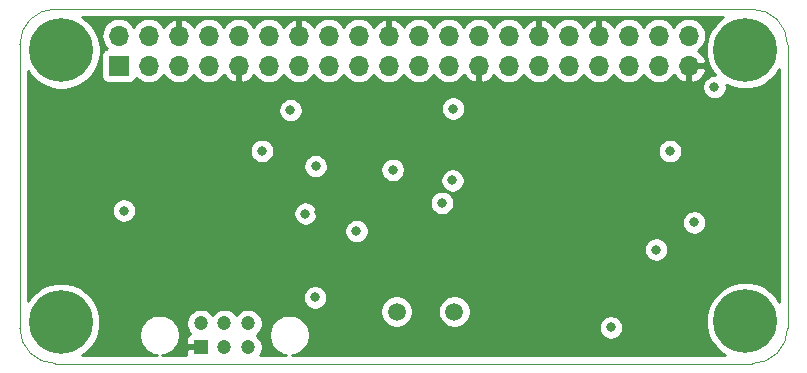
<source format=gbr>
G04 #@! TF.GenerationSoftware,KiCad,Pcbnew,(5.1.4)-1*
G04 #@! TF.CreationDate,2021-07-13T12:31:04-04:00*
G04 #@! TF.ProjectId,RocketPi,526f636b-6574-4506-992e-6b696361645f,rev?*
G04 #@! TF.SameCoordinates,Original*
G04 #@! TF.FileFunction,Copper,L3,Inr*
G04 #@! TF.FilePolarity,Positive*
%FSLAX46Y46*%
G04 Gerber Fmt 4.6, Leading zero omitted, Abs format (unit mm)*
G04 Created by KiCad (PCBNEW (5.1.4)-1) date 2021-07-13 12:31:04*
%MOMM*%
%LPD*%
G04 APERTURE LIST*
%ADD10C,0.100000*%
%ADD11C,5.400000*%
%ADD12C,1.500000*%
%ADD13O,1.700000X1.700000*%
%ADD14R,1.700000X1.700000*%
%ADD15C,1.200000*%
%ADD16R,1.200000X1.200000*%
%ADD17C,0.800000*%
%ADD18C,0.254000*%
G04 APERTURE END LIST*
D10*
X68046600Y-42164000D02*
G75*
G03X65049400Y-45161200I0J-2997200D01*
G01*
X127052600Y-72178400D02*
G75*
G03X130052600Y-69178400I0J3000000D01*
G01*
X130052600Y-45178400D02*
G75*
G03X127052600Y-42178400I-3000000J0D01*
G01*
X65052600Y-69178400D02*
G75*
G03X68052600Y-72178400I3000000J0D01*
G01*
X68046600Y-42164000D02*
X127052600Y-42178400D01*
X65049400Y-45161200D02*
X65052600Y-69178400D01*
X68052600Y-72178400D02*
X127052600Y-72178400D01*
X130052600Y-45178400D02*
X130052600Y-69178400D01*
D11*
X126466600Y-45618400D03*
X126466600Y-68605400D03*
X68529200Y-68681600D03*
X68554600Y-45669200D03*
D12*
X96948600Y-67792600D03*
X101828600Y-67792600D03*
D13*
X121691400Y-44424600D03*
X121691400Y-46964600D03*
X119151400Y-44424600D03*
X119151400Y-46964600D03*
X116611400Y-44424600D03*
X116611400Y-46964600D03*
X114071400Y-44424600D03*
X114071400Y-46964600D03*
X111531400Y-44424600D03*
X111531400Y-46964600D03*
X108991400Y-44424600D03*
X108991400Y-46964600D03*
X106451400Y-44424600D03*
X106451400Y-46964600D03*
X103911400Y-44424600D03*
X103911400Y-46964600D03*
X101371400Y-44424600D03*
X101371400Y-46964600D03*
X98831400Y-44424600D03*
X98831400Y-46964600D03*
X96291400Y-44424600D03*
X96291400Y-46964600D03*
X93751400Y-44424600D03*
X93751400Y-46964600D03*
X91211400Y-44424600D03*
X91211400Y-46964600D03*
X88671400Y-44424600D03*
X88671400Y-46964600D03*
X86131400Y-44424600D03*
X86131400Y-46964600D03*
X83591400Y-44424600D03*
X83591400Y-46964600D03*
X81051400Y-44424600D03*
X81051400Y-46964600D03*
X78511400Y-44424600D03*
X78511400Y-46964600D03*
X75971400Y-44424600D03*
X75971400Y-46964600D03*
X73431400Y-44424600D03*
D14*
X73431400Y-46964600D03*
D15*
X80372200Y-68773800D03*
X82372200Y-68773800D03*
X84372200Y-68773800D03*
X84372200Y-70773800D03*
D16*
X80372200Y-70773800D03*
D15*
X82372200Y-70773800D03*
D17*
X73761600Y-57099200D03*
X81991200Y-60782200D03*
X125984000Y-62915800D03*
X105029000Y-70688200D03*
X93878400Y-70662800D03*
X90373200Y-59359800D03*
X101142800Y-61366400D03*
X112268000Y-52603400D03*
X114350800Y-58597800D03*
X83769200Y-67157600D03*
X97078800Y-49555400D03*
X119786400Y-66649600D03*
X90093800Y-55473600D03*
X120091200Y-54203600D03*
X73863200Y-59232800D03*
X90043000Y-66573400D03*
X115087400Y-69113400D03*
X118922800Y-62534800D03*
X101727000Y-50596800D03*
X89230200Y-59486800D03*
X123850400Y-48768000D03*
X122148600Y-60223400D03*
X96621600Y-55778400D03*
X85547200Y-54178200D03*
X87960200Y-50723800D03*
X101676200Y-56667400D03*
X93548200Y-60960000D03*
X100787200Y-58572400D03*
D18*
G36*
X124587807Y-42862798D02*
G01*
X124340661Y-43027936D01*
X123876136Y-43492461D01*
X123511161Y-44038685D01*
X123259762Y-44645616D01*
X123131600Y-45289931D01*
X123131600Y-45946869D01*
X123259762Y-46591184D01*
X123511161Y-47198115D01*
X123868560Y-47733000D01*
X123748461Y-47733000D01*
X123548502Y-47772774D01*
X123360144Y-47850795D01*
X123190626Y-47964063D01*
X123046463Y-48108226D01*
X122933195Y-48277744D01*
X122855174Y-48466102D01*
X122815400Y-48666061D01*
X122815400Y-48869939D01*
X122855174Y-49069898D01*
X122933195Y-49258256D01*
X123046463Y-49427774D01*
X123190626Y-49571937D01*
X123360144Y-49685205D01*
X123548502Y-49763226D01*
X123748461Y-49803000D01*
X123952339Y-49803000D01*
X124152298Y-49763226D01*
X124340656Y-49685205D01*
X124510174Y-49571937D01*
X124654337Y-49427774D01*
X124767605Y-49258256D01*
X124845626Y-49069898D01*
X124885400Y-48869939D01*
X124885400Y-48666061D01*
X124864017Y-48558559D01*
X124886885Y-48573839D01*
X125493816Y-48825238D01*
X126138131Y-48953400D01*
X126795069Y-48953400D01*
X127439384Y-48825238D01*
X128046315Y-48573839D01*
X128592539Y-48208864D01*
X129057064Y-47744339D01*
X129367600Y-47279589D01*
X129367601Y-66944213D01*
X129057064Y-66479461D01*
X128592539Y-66014936D01*
X128046315Y-65649961D01*
X127439384Y-65398562D01*
X126795069Y-65270400D01*
X126138131Y-65270400D01*
X125493816Y-65398562D01*
X124886885Y-65649961D01*
X124340661Y-66014936D01*
X123876136Y-66479461D01*
X123511161Y-67025685D01*
X123259762Y-67632616D01*
X123131600Y-68276931D01*
X123131600Y-68933869D01*
X123259762Y-69578184D01*
X123511161Y-70185115D01*
X123876136Y-70731339D01*
X124340661Y-71195864D01*
X124785955Y-71493400D01*
X88120504Y-71493400D01*
X88378281Y-71442125D01*
X88694031Y-71311337D01*
X88978198Y-71121463D01*
X89219863Y-70879798D01*
X89409737Y-70595631D01*
X89540525Y-70279881D01*
X89607200Y-69944683D01*
X89607200Y-69602917D01*
X89540525Y-69267719D01*
X89409737Y-68951969D01*
X89219863Y-68667802D01*
X88978198Y-68426137D01*
X88694031Y-68236263D01*
X88378281Y-68105475D01*
X88043083Y-68038800D01*
X87701317Y-68038800D01*
X87366119Y-68105475D01*
X87050369Y-68236263D01*
X86766202Y-68426137D01*
X86524537Y-68667802D01*
X86334663Y-68951969D01*
X86203875Y-69267719D01*
X86137200Y-69602917D01*
X86137200Y-69944683D01*
X86203875Y-70279881D01*
X86334663Y-70595631D01*
X86524537Y-70879798D01*
X86766202Y-71121463D01*
X87050369Y-71311337D01*
X87366119Y-71442125D01*
X87623896Y-71493400D01*
X85376701Y-71493400D01*
X85466643Y-71358792D01*
X85559740Y-71134036D01*
X85607200Y-70895437D01*
X85607200Y-70652163D01*
X85559740Y-70413564D01*
X85466643Y-70188808D01*
X85331487Y-69986533D01*
X85159467Y-69814513D01*
X85098536Y-69773800D01*
X85159467Y-69733087D01*
X85331487Y-69561067D01*
X85466643Y-69358792D01*
X85559740Y-69134036D01*
X85607200Y-68895437D01*
X85607200Y-68652163D01*
X85559740Y-68413564D01*
X85466643Y-68188808D01*
X85331487Y-67986533D01*
X85159467Y-67814513D01*
X84957192Y-67679357D01*
X84901260Y-67656189D01*
X95563600Y-67656189D01*
X95563600Y-67929011D01*
X95616825Y-68196589D01*
X95721229Y-68448643D01*
X95872801Y-68675486D01*
X96065714Y-68868399D01*
X96292557Y-69019971D01*
X96544611Y-69124375D01*
X96812189Y-69177600D01*
X97085011Y-69177600D01*
X97352589Y-69124375D01*
X97604643Y-69019971D01*
X97831486Y-68868399D01*
X98024399Y-68675486D01*
X98175971Y-68448643D01*
X98280375Y-68196589D01*
X98333600Y-67929011D01*
X98333600Y-67656189D01*
X100443600Y-67656189D01*
X100443600Y-67929011D01*
X100496825Y-68196589D01*
X100601229Y-68448643D01*
X100752801Y-68675486D01*
X100945714Y-68868399D01*
X101172557Y-69019971D01*
X101424611Y-69124375D01*
X101692189Y-69177600D01*
X101965011Y-69177600D01*
X102232589Y-69124375D01*
X102484643Y-69019971D01*
X102497379Y-69011461D01*
X114052400Y-69011461D01*
X114052400Y-69215339D01*
X114092174Y-69415298D01*
X114170195Y-69603656D01*
X114283463Y-69773174D01*
X114427626Y-69917337D01*
X114597144Y-70030605D01*
X114785502Y-70108626D01*
X114985461Y-70148400D01*
X115189339Y-70148400D01*
X115389298Y-70108626D01*
X115577656Y-70030605D01*
X115747174Y-69917337D01*
X115891337Y-69773174D01*
X116004605Y-69603656D01*
X116082626Y-69415298D01*
X116122400Y-69215339D01*
X116122400Y-69011461D01*
X116082626Y-68811502D01*
X116004605Y-68623144D01*
X115891337Y-68453626D01*
X115747174Y-68309463D01*
X115577656Y-68196195D01*
X115389298Y-68118174D01*
X115189339Y-68078400D01*
X114985461Y-68078400D01*
X114785502Y-68118174D01*
X114597144Y-68196195D01*
X114427626Y-68309463D01*
X114283463Y-68453626D01*
X114170195Y-68623144D01*
X114092174Y-68811502D01*
X114052400Y-69011461D01*
X102497379Y-69011461D01*
X102711486Y-68868399D01*
X102904399Y-68675486D01*
X103055971Y-68448643D01*
X103160375Y-68196589D01*
X103213600Y-67929011D01*
X103213600Y-67656189D01*
X103160375Y-67388611D01*
X103055971Y-67136557D01*
X102904399Y-66909714D01*
X102711486Y-66716801D01*
X102484643Y-66565229D01*
X102232589Y-66460825D01*
X101965011Y-66407600D01*
X101692189Y-66407600D01*
X101424611Y-66460825D01*
X101172557Y-66565229D01*
X100945714Y-66716801D01*
X100752801Y-66909714D01*
X100601229Y-67136557D01*
X100496825Y-67388611D01*
X100443600Y-67656189D01*
X98333600Y-67656189D01*
X98280375Y-67388611D01*
X98175971Y-67136557D01*
X98024399Y-66909714D01*
X97831486Y-66716801D01*
X97604643Y-66565229D01*
X97352589Y-66460825D01*
X97085011Y-66407600D01*
X96812189Y-66407600D01*
X96544611Y-66460825D01*
X96292557Y-66565229D01*
X96065714Y-66716801D01*
X95872801Y-66909714D01*
X95721229Y-67136557D01*
X95616825Y-67388611D01*
X95563600Y-67656189D01*
X84901260Y-67656189D01*
X84732436Y-67586260D01*
X84493837Y-67538800D01*
X84250563Y-67538800D01*
X84011964Y-67586260D01*
X83787208Y-67679357D01*
X83584933Y-67814513D01*
X83412913Y-67986533D01*
X83372200Y-68047464D01*
X83331487Y-67986533D01*
X83159467Y-67814513D01*
X82957192Y-67679357D01*
X82732436Y-67586260D01*
X82493837Y-67538800D01*
X82250563Y-67538800D01*
X82011964Y-67586260D01*
X81787208Y-67679357D01*
X81584933Y-67814513D01*
X81412913Y-67986533D01*
X81372200Y-68047464D01*
X81331487Y-67986533D01*
X81159467Y-67814513D01*
X80957192Y-67679357D01*
X80732436Y-67586260D01*
X80493837Y-67538800D01*
X80250563Y-67538800D01*
X80011964Y-67586260D01*
X79787208Y-67679357D01*
X79584933Y-67814513D01*
X79412913Y-67986533D01*
X79277757Y-68188808D01*
X79184660Y-68413564D01*
X79137200Y-68652163D01*
X79137200Y-68895437D01*
X79184660Y-69134036D01*
X79277757Y-69358792D01*
X79412913Y-69561067D01*
X79468147Y-69616301D01*
X79417706Y-69643263D01*
X79321015Y-69722615D01*
X79241663Y-69819306D01*
X79182698Y-69929620D01*
X79146388Y-70049318D01*
X79134128Y-70173800D01*
X79137200Y-70488050D01*
X79295950Y-70646800D01*
X80245200Y-70646800D01*
X80245200Y-70626800D01*
X80499200Y-70626800D01*
X80499200Y-70646800D01*
X80519200Y-70646800D01*
X80519200Y-70900800D01*
X80499200Y-70900800D01*
X80499200Y-70920800D01*
X80245200Y-70920800D01*
X80245200Y-70900800D01*
X79295950Y-70900800D01*
X79137200Y-71059550D01*
X79134128Y-71373800D01*
X79145907Y-71493400D01*
X77120504Y-71493400D01*
X77378281Y-71442125D01*
X77694031Y-71311337D01*
X77978198Y-71121463D01*
X78219863Y-70879798D01*
X78409737Y-70595631D01*
X78540525Y-70279881D01*
X78607200Y-69944683D01*
X78607200Y-69602917D01*
X78540525Y-69267719D01*
X78409737Y-68951969D01*
X78219863Y-68667802D01*
X77978198Y-68426137D01*
X77694031Y-68236263D01*
X77378281Y-68105475D01*
X77043083Y-68038800D01*
X76701317Y-68038800D01*
X76366119Y-68105475D01*
X76050369Y-68236263D01*
X75766202Y-68426137D01*
X75524537Y-68667802D01*
X75334663Y-68951969D01*
X75203875Y-69267719D01*
X75137200Y-69602917D01*
X75137200Y-69944683D01*
X75203875Y-70279881D01*
X75334663Y-70595631D01*
X75524537Y-70879798D01*
X75766202Y-71121463D01*
X76050369Y-71311337D01*
X76366119Y-71442125D01*
X76623896Y-71493400D01*
X70323886Y-71493400D01*
X70655139Y-71272064D01*
X71119664Y-70807539D01*
X71484639Y-70261315D01*
X71736038Y-69654384D01*
X71864200Y-69010069D01*
X71864200Y-68353131D01*
X71736038Y-67708816D01*
X71484639Y-67101885D01*
X71119664Y-66555661D01*
X71035464Y-66471461D01*
X89008000Y-66471461D01*
X89008000Y-66675339D01*
X89047774Y-66875298D01*
X89125795Y-67063656D01*
X89239063Y-67233174D01*
X89383226Y-67377337D01*
X89552744Y-67490605D01*
X89741102Y-67568626D01*
X89941061Y-67608400D01*
X90144939Y-67608400D01*
X90344898Y-67568626D01*
X90533256Y-67490605D01*
X90702774Y-67377337D01*
X90846937Y-67233174D01*
X90960205Y-67063656D01*
X91038226Y-66875298D01*
X91078000Y-66675339D01*
X91078000Y-66471461D01*
X91038226Y-66271502D01*
X90960205Y-66083144D01*
X90846937Y-65913626D01*
X90702774Y-65769463D01*
X90533256Y-65656195D01*
X90344898Y-65578174D01*
X90144939Y-65538400D01*
X89941061Y-65538400D01*
X89741102Y-65578174D01*
X89552744Y-65656195D01*
X89383226Y-65769463D01*
X89239063Y-65913626D01*
X89125795Y-66083144D01*
X89047774Y-66271502D01*
X89008000Y-66471461D01*
X71035464Y-66471461D01*
X70655139Y-66091136D01*
X70108915Y-65726161D01*
X69501984Y-65474762D01*
X68857669Y-65346600D01*
X68200731Y-65346600D01*
X67556416Y-65474762D01*
X66949485Y-65726161D01*
X66403261Y-66091136D01*
X65938736Y-66555661D01*
X65737290Y-66857146D01*
X65736702Y-62432861D01*
X117887800Y-62432861D01*
X117887800Y-62636739D01*
X117927574Y-62836698D01*
X118005595Y-63025056D01*
X118118863Y-63194574D01*
X118263026Y-63338737D01*
X118432544Y-63452005D01*
X118620902Y-63530026D01*
X118820861Y-63569800D01*
X119024739Y-63569800D01*
X119224698Y-63530026D01*
X119413056Y-63452005D01*
X119582574Y-63338737D01*
X119726737Y-63194574D01*
X119840005Y-63025056D01*
X119918026Y-62836698D01*
X119957800Y-62636739D01*
X119957800Y-62432861D01*
X119918026Y-62232902D01*
X119840005Y-62044544D01*
X119726737Y-61875026D01*
X119582574Y-61730863D01*
X119413056Y-61617595D01*
X119224698Y-61539574D01*
X119024739Y-61499800D01*
X118820861Y-61499800D01*
X118620902Y-61539574D01*
X118432544Y-61617595D01*
X118263026Y-61730863D01*
X118118863Y-61875026D01*
X118005595Y-62044544D01*
X117927574Y-62232902D01*
X117887800Y-62432861D01*
X65736702Y-62432861D01*
X65736492Y-60858061D01*
X92513200Y-60858061D01*
X92513200Y-61061939D01*
X92552974Y-61261898D01*
X92630995Y-61450256D01*
X92744263Y-61619774D01*
X92888426Y-61763937D01*
X93057944Y-61877205D01*
X93246302Y-61955226D01*
X93446261Y-61995000D01*
X93650139Y-61995000D01*
X93850098Y-61955226D01*
X94038456Y-61877205D01*
X94207974Y-61763937D01*
X94352137Y-61619774D01*
X94465405Y-61450256D01*
X94543426Y-61261898D01*
X94583200Y-61061939D01*
X94583200Y-60858061D01*
X94543426Y-60658102D01*
X94465405Y-60469744D01*
X94352137Y-60300226D01*
X94207974Y-60156063D01*
X94156189Y-60121461D01*
X121113600Y-60121461D01*
X121113600Y-60325339D01*
X121153374Y-60525298D01*
X121231395Y-60713656D01*
X121344663Y-60883174D01*
X121488826Y-61027337D01*
X121658344Y-61140605D01*
X121846702Y-61218626D01*
X122046661Y-61258400D01*
X122250539Y-61258400D01*
X122450498Y-61218626D01*
X122638856Y-61140605D01*
X122808374Y-61027337D01*
X122952537Y-60883174D01*
X123065805Y-60713656D01*
X123143826Y-60525298D01*
X123183600Y-60325339D01*
X123183600Y-60121461D01*
X123143826Y-59921502D01*
X123065805Y-59733144D01*
X122952537Y-59563626D01*
X122808374Y-59419463D01*
X122638856Y-59306195D01*
X122450498Y-59228174D01*
X122250539Y-59188400D01*
X122046661Y-59188400D01*
X121846702Y-59228174D01*
X121658344Y-59306195D01*
X121488826Y-59419463D01*
X121344663Y-59563626D01*
X121231395Y-59733144D01*
X121153374Y-59921502D01*
X121113600Y-60121461D01*
X94156189Y-60121461D01*
X94038456Y-60042795D01*
X93850098Y-59964774D01*
X93650139Y-59925000D01*
X93446261Y-59925000D01*
X93246302Y-59964774D01*
X93057944Y-60042795D01*
X92888426Y-60156063D01*
X92744263Y-60300226D01*
X92630995Y-60469744D01*
X92552974Y-60658102D01*
X92513200Y-60858061D01*
X65736492Y-60858061D01*
X65736261Y-59130861D01*
X72828200Y-59130861D01*
X72828200Y-59334739D01*
X72867974Y-59534698D01*
X72945995Y-59723056D01*
X73059263Y-59892574D01*
X73203426Y-60036737D01*
X73372944Y-60150005D01*
X73561302Y-60228026D01*
X73761261Y-60267800D01*
X73965139Y-60267800D01*
X74165098Y-60228026D01*
X74353456Y-60150005D01*
X74522974Y-60036737D01*
X74667137Y-59892574D01*
X74780405Y-59723056D01*
X74858426Y-59534698D01*
X74888230Y-59384861D01*
X88195200Y-59384861D01*
X88195200Y-59588739D01*
X88234974Y-59788698D01*
X88312995Y-59977056D01*
X88426263Y-60146574D01*
X88570426Y-60290737D01*
X88739944Y-60404005D01*
X88928302Y-60482026D01*
X89128261Y-60521800D01*
X89332139Y-60521800D01*
X89532098Y-60482026D01*
X89720456Y-60404005D01*
X89889974Y-60290737D01*
X90034137Y-60146574D01*
X90147405Y-59977056D01*
X90225426Y-59788698D01*
X90265200Y-59588739D01*
X90265200Y-59384861D01*
X90225426Y-59184902D01*
X90147405Y-58996544D01*
X90034137Y-58827026D01*
X89889974Y-58682863D01*
X89720456Y-58569595D01*
X89532098Y-58491574D01*
X89425955Y-58470461D01*
X99752200Y-58470461D01*
X99752200Y-58674339D01*
X99791974Y-58874298D01*
X99869995Y-59062656D01*
X99983263Y-59232174D01*
X100127426Y-59376337D01*
X100296944Y-59489605D01*
X100485302Y-59567626D01*
X100685261Y-59607400D01*
X100889139Y-59607400D01*
X101089098Y-59567626D01*
X101277456Y-59489605D01*
X101446974Y-59376337D01*
X101591137Y-59232174D01*
X101704405Y-59062656D01*
X101782426Y-58874298D01*
X101822200Y-58674339D01*
X101822200Y-58470461D01*
X101782426Y-58270502D01*
X101704405Y-58082144D01*
X101591137Y-57912626D01*
X101446974Y-57768463D01*
X101277456Y-57655195D01*
X101089098Y-57577174D01*
X100889139Y-57537400D01*
X100685261Y-57537400D01*
X100485302Y-57577174D01*
X100296944Y-57655195D01*
X100127426Y-57768463D01*
X99983263Y-57912626D01*
X99869995Y-58082144D01*
X99791974Y-58270502D01*
X99752200Y-58470461D01*
X89425955Y-58470461D01*
X89332139Y-58451800D01*
X89128261Y-58451800D01*
X88928302Y-58491574D01*
X88739944Y-58569595D01*
X88570426Y-58682863D01*
X88426263Y-58827026D01*
X88312995Y-58996544D01*
X88234974Y-59184902D01*
X88195200Y-59384861D01*
X74888230Y-59384861D01*
X74898200Y-59334739D01*
X74898200Y-59130861D01*
X74858426Y-58930902D01*
X74780405Y-58742544D01*
X74667137Y-58573026D01*
X74522974Y-58428863D01*
X74353456Y-58315595D01*
X74165098Y-58237574D01*
X73965139Y-58197800D01*
X73761261Y-58197800D01*
X73561302Y-58237574D01*
X73372944Y-58315595D01*
X73203426Y-58428863D01*
X73059263Y-58573026D01*
X72945995Y-58742544D01*
X72867974Y-58930902D01*
X72828200Y-59130861D01*
X65736261Y-59130861D01*
X65735761Y-55371661D01*
X89058800Y-55371661D01*
X89058800Y-55575539D01*
X89098574Y-55775498D01*
X89176595Y-55963856D01*
X89289863Y-56133374D01*
X89434026Y-56277537D01*
X89603544Y-56390805D01*
X89791902Y-56468826D01*
X89991861Y-56508600D01*
X90195739Y-56508600D01*
X90395698Y-56468826D01*
X90584056Y-56390805D01*
X90753574Y-56277537D01*
X90897737Y-56133374D01*
X91011005Y-55963856D01*
X91089026Y-55775498D01*
X91108725Y-55676461D01*
X95586600Y-55676461D01*
X95586600Y-55880339D01*
X95626374Y-56080298D01*
X95704395Y-56268656D01*
X95817663Y-56438174D01*
X95961826Y-56582337D01*
X96131344Y-56695605D01*
X96319702Y-56773626D01*
X96519661Y-56813400D01*
X96723539Y-56813400D01*
X96923498Y-56773626D01*
X97111856Y-56695605D01*
X97281374Y-56582337D01*
X97298250Y-56565461D01*
X100641200Y-56565461D01*
X100641200Y-56769339D01*
X100680974Y-56969298D01*
X100758995Y-57157656D01*
X100872263Y-57327174D01*
X101016426Y-57471337D01*
X101185944Y-57584605D01*
X101374302Y-57662626D01*
X101574261Y-57702400D01*
X101778139Y-57702400D01*
X101978098Y-57662626D01*
X102166456Y-57584605D01*
X102335974Y-57471337D01*
X102480137Y-57327174D01*
X102593405Y-57157656D01*
X102671426Y-56969298D01*
X102711200Y-56769339D01*
X102711200Y-56565461D01*
X102671426Y-56365502D01*
X102593405Y-56177144D01*
X102480137Y-56007626D01*
X102335974Y-55863463D01*
X102166456Y-55750195D01*
X101978098Y-55672174D01*
X101778139Y-55632400D01*
X101574261Y-55632400D01*
X101374302Y-55672174D01*
X101185944Y-55750195D01*
X101016426Y-55863463D01*
X100872263Y-56007626D01*
X100758995Y-56177144D01*
X100680974Y-56365502D01*
X100641200Y-56565461D01*
X97298250Y-56565461D01*
X97425537Y-56438174D01*
X97538805Y-56268656D01*
X97616826Y-56080298D01*
X97656600Y-55880339D01*
X97656600Y-55676461D01*
X97616826Y-55476502D01*
X97538805Y-55288144D01*
X97425537Y-55118626D01*
X97281374Y-54974463D01*
X97111856Y-54861195D01*
X96923498Y-54783174D01*
X96723539Y-54743400D01*
X96519661Y-54743400D01*
X96319702Y-54783174D01*
X96131344Y-54861195D01*
X95961826Y-54974463D01*
X95817663Y-55118626D01*
X95704395Y-55288144D01*
X95626374Y-55476502D01*
X95586600Y-55676461D01*
X91108725Y-55676461D01*
X91128800Y-55575539D01*
X91128800Y-55371661D01*
X91089026Y-55171702D01*
X91011005Y-54983344D01*
X90897737Y-54813826D01*
X90753574Y-54669663D01*
X90584056Y-54556395D01*
X90395698Y-54478374D01*
X90195739Y-54438600D01*
X89991861Y-54438600D01*
X89791902Y-54478374D01*
X89603544Y-54556395D01*
X89434026Y-54669663D01*
X89289863Y-54813826D01*
X89176595Y-54983344D01*
X89098574Y-55171702D01*
X89058800Y-55371661D01*
X65735761Y-55371661D01*
X65735588Y-54076261D01*
X84512200Y-54076261D01*
X84512200Y-54280139D01*
X84551974Y-54480098D01*
X84629995Y-54668456D01*
X84743263Y-54837974D01*
X84887426Y-54982137D01*
X85056944Y-55095405D01*
X85245302Y-55173426D01*
X85445261Y-55213200D01*
X85649139Y-55213200D01*
X85849098Y-55173426D01*
X86037456Y-55095405D01*
X86206974Y-54982137D01*
X86351137Y-54837974D01*
X86464405Y-54668456D01*
X86542426Y-54480098D01*
X86582200Y-54280139D01*
X86582200Y-54101661D01*
X119056200Y-54101661D01*
X119056200Y-54305539D01*
X119095974Y-54505498D01*
X119173995Y-54693856D01*
X119287263Y-54863374D01*
X119431426Y-55007537D01*
X119600944Y-55120805D01*
X119789302Y-55198826D01*
X119989261Y-55238600D01*
X120193139Y-55238600D01*
X120393098Y-55198826D01*
X120581456Y-55120805D01*
X120750974Y-55007537D01*
X120895137Y-54863374D01*
X121008405Y-54693856D01*
X121086426Y-54505498D01*
X121126200Y-54305539D01*
X121126200Y-54101661D01*
X121086426Y-53901702D01*
X121008405Y-53713344D01*
X120895137Y-53543826D01*
X120750974Y-53399663D01*
X120581456Y-53286395D01*
X120393098Y-53208374D01*
X120193139Y-53168600D01*
X119989261Y-53168600D01*
X119789302Y-53208374D01*
X119600944Y-53286395D01*
X119431426Y-53399663D01*
X119287263Y-53543826D01*
X119173995Y-53713344D01*
X119095974Y-53901702D01*
X119056200Y-54101661D01*
X86582200Y-54101661D01*
X86582200Y-54076261D01*
X86542426Y-53876302D01*
X86464405Y-53687944D01*
X86351137Y-53518426D01*
X86206974Y-53374263D01*
X86037456Y-53260995D01*
X85849098Y-53182974D01*
X85649139Y-53143200D01*
X85445261Y-53143200D01*
X85245302Y-53182974D01*
X85056944Y-53260995D01*
X84887426Y-53374263D01*
X84743263Y-53518426D01*
X84629995Y-53687944D01*
X84551974Y-53876302D01*
X84512200Y-54076261D01*
X65735588Y-54076261D01*
X65735128Y-50621861D01*
X86925200Y-50621861D01*
X86925200Y-50825739D01*
X86964974Y-51025698D01*
X87042995Y-51214056D01*
X87156263Y-51383574D01*
X87300426Y-51527737D01*
X87469944Y-51641005D01*
X87658302Y-51719026D01*
X87858261Y-51758800D01*
X88062139Y-51758800D01*
X88262098Y-51719026D01*
X88450456Y-51641005D01*
X88619974Y-51527737D01*
X88764137Y-51383574D01*
X88877405Y-51214056D01*
X88955426Y-51025698D01*
X88995200Y-50825739D01*
X88995200Y-50621861D01*
X88969939Y-50494861D01*
X100692000Y-50494861D01*
X100692000Y-50698739D01*
X100731774Y-50898698D01*
X100809795Y-51087056D01*
X100923063Y-51256574D01*
X101067226Y-51400737D01*
X101236744Y-51514005D01*
X101425102Y-51592026D01*
X101625061Y-51631800D01*
X101828939Y-51631800D01*
X102028898Y-51592026D01*
X102217256Y-51514005D01*
X102386774Y-51400737D01*
X102530937Y-51256574D01*
X102644205Y-51087056D01*
X102722226Y-50898698D01*
X102762000Y-50698739D01*
X102762000Y-50494861D01*
X102722226Y-50294902D01*
X102644205Y-50106544D01*
X102530937Y-49937026D01*
X102386774Y-49792863D01*
X102217256Y-49679595D01*
X102028898Y-49601574D01*
X101828939Y-49561800D01*
X101625061Y-49561800D01*
X101425102Y-49601574D01*
X101236744Y-49679595D01*
X101067226Y-49792863D01*
X100923063Y-49937026D01*
X100809795Y-50106544D01*
X100731774Y-50294902D01*
X100692000Y-50494861D01*
X88969939Y-50494861D01*
X88955426Y-50421902D01*
X88877405Y-50233544D01*
X88764137Y-50064026D01*
X88619974Y-49919863D01*
X88450456Y-49806595D01*
X88262098Y-49728574D01*
X88062139Y-49688800D01*
X87858261Y-49688800D01*
X87658302Y-49728574D01*
X87469944Y-49806595D01*
X87300426Y-49919863D01*
X87156263Y-50064026D01*
X87042995Y-50233544D01*
X86964974Y-50421902D01*
X86925200Y-50621861D01*
X65735128Y-50621861D01*
X65734705Y-47451771D01*
X65964136Y-47795139D01*
X66428661Y-48259664D01*
X66974885Y-48624639D01*
X67581816Y-48876038D01*
X68226131Y-49004200D01*
X68883069Y-49004200D01*
X69527384Y-48876038D01*
X70134315Y-48624639D01*
X70680539Y-48259664D01*
X71145064Y-47795139D01*
X71510039Y-47248915D01*
X71761438Y-46641984D01*
X71889600Y-45997669D01*
X71889600Y-45340731D01*
X71761438Y-44696416D01*
X71648849Y-44424600D01*
X71939215Y-44424600D01*
X71967887Y-44715711D01*
X72052801Y-44995634D01*
X72190694Y-45253614D01*
X72376266Y-45479734D01*
X72406087Y-45504207D01*
X72337220Y-45525098D01*
X72226906Y-45584063D01*
X72130215Y-45663415D01*
X72050863Y-45760106D01*
X71991898Y-45870420D01*
X71955588Y-45990118D01*
X71943328Y-46114600D01*
X71943328Y-47814600D01*
X71955588Y-47939082D01*
X71991898Y-48058780D01*
X72050863Y-48169094D01*
X72130215Y-48265785D01*
X72226906Y-48345137D01*
X72337220Y-48404102D01*
X72456918Y-48440412D01*
X72581400Y-48452672D01*
X74281400Y-48452672D01*
X74405882Y-48440412D01*
X74525580Y-48404102D01*
X74635894Y-48345137D01*
X74732585Y-48265785D01*
X74811937Y-48169094D01*
X74870902Y-48058780D01*
X74891793Y-47989913D01*
X74916266Y-48019734D01*
X75142386Y-48205306D01*
X75400366Y-48343199D01*
X75680289Y-48428113D01*
X75898450Y-48449600D01*
X76044350Y-48449600D01*
X76262511Y-48428113D01*
X76542434Y-48343199D01*
X76800414Y-48205306D01*
X77026534Y-48019734D01*
X77212106Y-47793614D01*
X77241400Y-47738809D01*
X77270694Y-47793614D01*
X77456266Y-48019734D01*
X77682386Y-48205306D01*
X77940366Y-48343199D01*
X78220289Y-48428113D01*
X78438450Y-48449600D01*
X78584350Y-48449600D01*
X78802511Y-48428113D01*
X79082434Y-48343199D01*
X79340414Y-48205306D01*
X79566534Y-48019734D01*
X79752106Y-47793614D01*
X79781400Y-47738809D01*
X79810694Y-47793614D01*
X79996266Y-48019734D01*
X80222386Y-48205306D01*
X80480366Y-48343199D01*
X80760289Y-48428113D01*
X80978450Y-48449600D01*
X81124350Y-48449600D01*
X81342511Y-48428113D01*
X81622434Y-48343199D01*
X81880414Y-48205306D01*
X82106534Y-48019734D01*
X82292106Y-47793614D01*
X82326601Y-47729077D01*
X82396222Y-47845955D01*
X82591131Y-48062188D01*
X82824480Y-48236241D01*
X83087301Y-48361425D01*
X83234510Y-48406076D01*
X83464400Y-48284755D01*
X83464400Y-47091600D01*
X83444400Y-47091600D01*
X83444400Y-46837600D01*
X83464400Y-46837600D01*
X83464400Y-46817600D01*
X83718400Y-46817600D01*
X83718400Y-46837600D01*
X83738400Y-46837600D01*
X83738400Y-47091600D01*
X83718400Y-47091600D01*
X83718400Y-48284755D01*
X83948290Y-48406076D01*
X84095499Y-48361425D01*
X84358320Y-48236241D01*
X84591669Y-48062188D01*
X84786578Y-47845955D01*
X84856199Y-47729077D01*
X84890694Y-47793614D01*
X85076266Y-48019734D01*
X85302386Y-48205306D01*
X85560366Y-48343199D01*
X85840289Y-48428113D01*
X86058450Y-48449600D01*
X86204350Y-48449600D01*
X86422511Y-48428113D01*
X86702434Y-48343199D01*
X86960414Y-48205306D01*
X87186534Y-48019734D01*
X87372106Y-47793614D01*
X87401400Y-47738809D01*
X87430694Y-47793614D01*
X87616266Y-48019734D01*
X87842386Y-48205306D01*
X88100366Y-48343199D01*
X88380289Y-48428113D01*
X88598450Y-48449600D01*
X88744350Y-48449600D01*
X88962511Y-48428113D01*
X89242434Y-48343199D01*
X89500414Y-48205306D01*
X89726534Y-48019734D01*
X89912106Y-47793614D01*
X89941400Y-47738809D01*
X89970694Y-47793614D01*
X90156266Y-48019734D01*
X90382386Y-48205306D01*
X90640366Y-48343199D01*
X90920289Y-48428113D01*
X91138450Y-48449600D01*
X91284350Y-48449600D01*
X91502511Y-48428113D01*
X91782434Y-48343199D01*
X92040414Y-48205306D01*
X92266534Y-48019734D01*
X92452106Y-47793614D01*
X92481400Y-47738809D01*
X92510694Y-47793614D01*
X92696266Y-48019734D01*
X92922386Y-48205306D01*
X93180366Y-48343199D01*
X93460289Y-48428113D01*
X93678450Y-48449600D01*
X93824350Y-48449600D01*
X94042511Y-48428113D01*
X94322434Y-48343199D01*
X94580414Y-48205306D01*
X94806534Y-48019734D01*
X94992106Y-47793614D01*
X95021400Y-47738809D01*
X95050694Y-47793614D01*
X95236266Y-48019734D01*
X95462386Y-48205306D01*
X95720366Y-48343199D01*
X96000289Y-48428113D01*
X96218450Y-48449600D01*
X96364350Y-48449600D01*
X96582511Y-48428113D01*
X96862434Y-48343199D01*
X97120414Y-48205306D01*
X97346534Y-48019734D01*
X97532106Y-47793614D01*
X97561400Y-47738809D01*
X97590694Y-47793614D01*
X97776266Y-48019734D01*
X98002386Y-48205306D01*
X98260366Y-48343199D01*
X98540289Y-48428113D01*
X98758450Y-48449600D01*
X98904350Y-48449600D01*
X99122511Y-48428113D01*
X99402434Y-48343199D01*
X99660414Y-48205306D01*
X99886534Y-48019734D01*
X100072106Y-47793614D01*
X100101400Y-47738809D01*
X100130694Y-47793614D01*
X100316266Y-48019734D01*
X100542386Y-48205306D01*
X100800366Y-48343199D01*
X101080289Y-48428113D01*
X101298450Y-48449600D01*
X101444350Y-48449600D01*
X101662511Y-48428113D01*
X101942434Y-48343199D01*
X102200414Y-48205306D01*
X102426534Y-48019734D01*
X102612106Y-47793614D01*
X102646601Y-47729077D01*
X102716222Y-47845955D01*
X102911131Y-48062188D01*
X103144480Y-48236241D01*
X103407301Y-48361425D01*
X103554510Y-48406076D01*
X103784400Y-48284755D01*
X103784400Y-47091600D01*
X103764400Y-47091600D01*
X103764400Y-46837600D01*
X103784400Y-46837600D01*
X103784400Y-46817600D01*
X104038400Y-46817600D01*
X104038400Y-46837600D01*
X104058400Y-46837600D01*
X104058400Y-47091600D01*
X104038400Y-47091600D01*
X104038400Y-48284755D01*
X104268290Y-48406076D01*
X104415499Y-48361425D01*
X104678320Y-48236241D01*
X104911669Y-48062188D01*
X105106578Y-47845955D01*
X105176199Y-47729077D01*
X105210694Y-47793614D01*
X105396266Y-48019734D01*
X105622386Y-48205306D01*
X105880366Y-48343199D01*
X106160289Y-48428113D01*
X106378450Y-48449600D01*
X106524350Y-48449600D01*
X106742511Y-48428113D01*
X107022434Y-48343199D01*
X107280414Y-48205306D01*
X107506534Y-48019734D01*
X107692106Y-47793614D01*
X107721400Y-47738809D01*
X107750694Y-47793614D01*
X107936266Y-48019734D01*
X108162386Y-48205306D01*
X108420366Y-48343199D01*
X108700289Y-48428113D01*
X108918450Y-48449600D01*
X109064350Y-48449600D01*
X109282511Y-48428113D01*
X109562434Y-48343199D01*
X109820414Y-48205306D01*
X110046534Y-48019734D01*
X110232106Y-47793614D01*
X110261400Y-47738809D01*
X110290694Y-47793614D01*
X110476266Y-48019734D01*
X110702386Y-48205306D01*
X110960366Y-48343199D01*
X111240289Y-48428113D01*
X111458450Y-48449600D01*
X111604350Y-48449600D01*
X111822511Y-48428113D01*
X112102434Y-48343199D01*
X112360414Y-48205306D01*
X112586534Y-48019734D01*
X112772106Y-47793614D01*
X112801400Y-47738809D01*
X112830694Y-47793614D01*
X113016266Y-48019734D01*
X113242386Y-48205306D01*
X113500366Y-48343199D01*
X113780289Y-48428113D01*
X113998450Y-48449600D01*
X114144350Y-48449600D01*
X114362511Y-48428113D01*
X114642434Y-48343199D01*
X114900414Y-48205306D01*
X115126534Y-48019734D01*
X115312106Y-47793614D01*
X115341400Y-47738809D01*
X115370694Y-47793614D01*
X115556266Y-48019734D01*
X115782386Y-48205306D01*
X116040366Y-48343199D01*
X116320289Y-48428113D01*
X116538450Y-48449600D01*
X116684350Y-48449600D01*
X116902511Y-48428113D01*
X117182434Y-48343199D01*
X117440414Y-48205306D01*
X117666534Y-48019734D01*
X117852106Y-47793614D01*
X117881400Y-47738809D01*
X117910694Y-47793614D01*
X118096266Y-48019734D01*
X118322386Y-48205306D01*
X118580366Y-48343199D01*
X118860289Y-48428113D01*
X119078450Y-48449600D01*
X119224350Y-48449600D01*
X119442511Y-48428113D01*
X119722434Y-48343199D01*
X119980414Y-48205306D01*
X120206534Y-48019734D01*
X120392106Y-47793614D01*
X120426601Y-47729077D01*
X120496222Y-47845955D01*
X120691131Y-48062188D01*
X120924480Y-48236241D01*
X121187301Y-48361425D01*
X121334510Y-48406076D01*
X121564400Y-48284755D01*
X121564400Y-47091600D01*
X121818400Y-47091600D01*
X121818400Y-48284755D01*
X122048290Y-48406076D01*
X122195499Y-48361425D01*
X122458320Y-48236241D01*
X122691669Y-48062188D01*
X122886578Y-47845955D01*
X123035557Y-47595852D01*
X123132881Y-47321491D01*
X123012214Y-47091600D01*
X121818400Y-47091600D01*
X121564400Y-47091600D01*
X121544400Y-47091600D01*
X121544400Y-46837600D01*
X121564400Y-46837600D01*
X121564400Y-46817600D01*
X121818400Y-46817600D01*
X121818400Y-46837600D01*
X123012214Y-46837600D01*
X123132881Y-46607709D01*
X123035557Y-46333348D01*
X122886578Y-46083245D01*
X122691669Y-45867012D01*
X122462644Y-45696184D01*
X122520414Y-45665306D01*
X122746534Y-45479734D01*
X122932106Y-45253614D01*
X123069999Y-44995634D01*
X123154913Y-44715711D01*
X123183585Y-44424600D01*
X123154913Y-44133489D01*
X123069999Y-43853566D01*
X122932106Y-43595586D01*
X122746534Y-43369466D01*
X122520414Y-43183894D01*
X122262434Y-43046001D01*
X121982511Y-42961087D01*
X121764350Y-42939600D01*
X121618450Y-42939600D01*
X121400289Y-42961087D01*
X121120366Y-43046001D01*
X120862386Y-43183894D01*
X120636266Y-43369466D01*
X120450694Y-43595586D01*
X120421400Y-43650391D01*
X120392106Y-43595586D01*
X120206534Y-43369466D01*
X119980414Y-43183894D01*
X119722434Y-43046001D01*
X119442511Y-42961087D01*
X119224350Y-42939600D01*
X119078450Y-42939600D01*
X118860289Y-42961087D01*
X118580366Y-43046001D01*
X118322386Y-43183894D01*
X118096266Y-43369466D01*
X117910694Y-43595586D01*
X117881400Y-43650391D01*
X117852106Y-43595586D01*
X117666534Y-43369466D01*
X117440414Y-43183894D01*
X117182434Y-43046001D01*
X116902511Y-42961087D01*
X116684350Y-42939600D01*
X116538450Y-42939600D01*
X116320289Y-42961087D01*
X116040366Y-43046001D01*
X115782386Y-43183894D01*
X115556266Y-43369466D01*
X115370694Y-43595586D01*
X115336199Y-43660123D01*
X115266578Y-43543245D01*
X115071669Y-43327012D01*
X114838320Y-43152959D01*
X114575499Y-43027775D01*
X114428290Y-42983124D01*
X114198400Y-43104445D01*
X114198400Y-44297600D01*
X114218400Y-44297600D01*
X114218400Y-44551600D01*
X114198400Y-44551600D01*
X114198400Y-44571600D01*
X113944400Y-44571600D01*
X113944400Y-44551600D01*
X113924400Y-44551600D01*
X113924400Y-44297600D01*
X113944400Y-44297600D01*
X113944400Y-43104445D01*
X113714510Y-42983124D01*
X113567301Y-43027775D01*
X113304480Y-43152959D01*
X113071131Y-43327012D01*
X112876222Y-43543245D01*
X112806601Y-43660123D01*
X112772106Y-43595586D01*
X112586534Y-43369466D01*
X112360414Y-43183894D01*
X112102434Y-43046001D01*
X111822511Y-42961087D01*
X111604350Y-42939600D01*
X111458450Y-42939600D01*
X111240289Y-42961087D01*
X110960366Y-43046001D01*
X110702386Y-43183894D01*
X110476266Y-43369466D01*
X110290694Y-43595586D01*
X110256199Y-43660123D01*
X110186578Y-43543245D01*
X109991669Y-43327012D01*
X109758320Y-43152959D01*
X109495499Y-43027775D01*
X109348290Y-42983124D01*
X109118400Y-43104445D01*
X109118400Y-44297600D01*
X109138400Y-44297600D01*
X109138400Y-44551600D01*
X109118400Y-44551600D01*
X109118400Y-44571600D01*
X108864400Y-44571600D01*
X108864400Y-44551600D01*
X108844400Y-44551600D01*
X108844400Y-44297600D01*
X108864400Y-44297600D01*
X108864400Y-43104445D01*
X108634510Y-42983124D01*
X108487301Y-43027775D01*
X108224480Y-43152959D01*
X107991131Y-43327012D01*
X107796222Y-43543245D01*
X107726601Y-43660123D01*
X107692106Y-43595586D01*
X107506534Y-43369466D01*
X107280414Y-43183894D01*
X107022434Y-43046001D01*
X106742511Y-42961087D01*
X106524350Y-42939600D01*
X106378450Y-42939600D01*
X106160289Y-42961087D01*
X105880366Y-43046001D01*
X105622386Y-43183894D01*
X105396266Y-43369466D01*
X105210694Y-43595586D01*
X105181400Y-43650391D01*
X105152106Y-43595586D01*
X104966534Y-43369466D01*
X104740414Y-43183894D01*
X104482434Y-43046001D01*
X104202511Y-42961087D01*
X103984350Y-42939600D01*
X103838450Y-42939600D01*
X103620289Y-42961087D01*
X103340366Y-43046001D01*
X103082386Y-43183894D01*
X102856266Y-43369466D01*
X102670694Y-43595586D01*
X102641400Y-43650391D01*
X102612106Y-43595586D01*
X102426534Y-43369466D01*
X102200414Y-43183894D01*
X101942434Y-43046001D01*
X101662511Y-42961087D01*
X101444350Y-42939600D01*
X101298450Y-42939600D01*
X101080289Y-42961087D01*
X100800366Y-43046001D01*
X100542386Y-43183894D01*
X100316266Y-43369466D01*
X100130694Y-43595586D01*
X100101400Y-43650391D01*
X100072106Y-43595586D01*
X99886534Y-43369466D01*
X99660414Y-43183894D01*
X99402434Y-43046001D01*
X99122511Y-42961087D01*
X98904350Y-42939600D01*
X98758450Y-42939600D01*
X98540289Y-42961087D01*
X98260366Y-43046001D01*
X98002386Y-43183894D01*
X97776266Y-43369466D01*
X97590694Y-43595586D01*
X97556199Y-43660123D01*
X97486578Y-43543245D01*
X97291669Y-43327012D01*
X97058320Y-43152959D01*
X96795499Y-43027775D01*
X96648290Y-42983124D01*
X96418400Y-43104445D01*
X96418400Y-44297600D01*
X96438400Y-44297600D01*
X96438400Y-44551600D01*
X96418400Y-44551600D01*
X96418400Y-44571600D01*
X96164400Y-44571600D01*
X96164400Y-44551600D01*
X96144400Y-44551600D01*
X96144400Y-44297600D01*
X96164400Y-44297600D01*
X96164400Y-43104445D01*
X95934510Y-42983124D01*
X95787301Y-43027775D01*
X95524480Y-43152959D01*
X95291131Y-43327012D01*
X95096222Y-43543245D01*
X95026601Y-43660123D01*
X94992106Y-43595586D01*
X94806534Y-43369466D01*
X94580414Y-43183894D01*
X94322434Y-43046001D01*
X94042511Y-42961087D01*
X93824350Y-42939600D01*
X93678450Y-42939600D01*
X93460289Y-42961087D01*
X93180366Y-43046001D01*
X92922386Y-43183894D01*
X92696266Y-43369466D01*
X92510694Y-43595586D01*
X92481400Y-43650391D01*
X92452106Y-43595586D01*
X92266534Y-43369466D01*
X92040414Y-43183894D01*
X91782434Y-43046001D01*
X91502511Y-42961087D01*
X91284350Y-42939600D01*
X91138450Y-42939600D01*
X90920289Y-42961087D01*
X90640366Y-43046001D01*
X90382386Y-43183894D01*
X90156266Y-43369466D01*
X89970694Y-43595586D01*
X89936199Y-43660123D01*
X89866578Y-43543245D01*
X89671669Y-43327012D01*
X89438320Y-43152959D01*
X89175499Y-43027775D01*
X89028290Y-42983124D01*
X88798400Y-43104445D01*
X88798400Y-44297600D01*
X88818400Y-44297600D01*
X88818400Y-44551600D01*
X88798400Y-44551600D01*
X88798400Y-44571600D01*
X88544400Y-44571600D01*
X88544400Y-44551600D01*
X88524400Y-44551600D01*
X88524400Y-44297600D01*
X88544400Y-44297600D01*
X88544400Y-43104445D01*
X88314510Y-42983124D01*
X88167301Y-43027775D01*
X87904480Y-43152959D01*
X87671131Y-43327012D01*
X87476222Y-43543245D01*
X87406601Y-43660123D01*
X87372106Y-43595586D01*
X87186534Y-43369466D01*
X86960414Y-43183894D01*
X86702434Y-43046001D01*
X86422511Y-42961087D01*
X86204350Y-42939600D01*
X86058450Y-42939600D01*
X85840289Y-42961087D01*
X85560366Y-43046001D01*
X85302386Y-43183894D01*
X85076266Y-43369466D01*
X84890694Y-43595586D01*
X84861400Y-43650391D01*
X84832106Y-43595586D01*
X84646534Y-43369466D01*
X84420414Y-43183894D01*
X84162434Y-43046001D01*
X83882511Y-42961087D01*
X83664350Y-42939600D01*
X83518450Y-42939600D01*
X83300289Y-42961087D01*
X83020366Y-43046001D01*
X82762386Y-43183894D01*
X82536266Y-43369466D01*
X82350694Y-43595586D01*
X82321400Y-43650391D01*
X82292106Y-43595586D01*
X82106534Y-43369466D01*
X81880414Y-43183894D01*
X81622434Y-43046001D01*
X81342511Y-42961087D01*
X81124350Y-42939600D01*
X80978450Y-42939600D01*
X80760289Y-42961087D01*
X80480366Y-43046001D01*
X80222386Y-43183894D01*
X79996266Y-43369466D01*
X79810694Y-43595586D01*
X79776199Y-43660123D01*
X79706578Y-43543245D01*
X79511669Y-43327012D01*
X79278320Y-43152959D01*
X79015499Y-43027775D01*
X78868290Y-42983124D01*
X78638400Y-43104445D01*
X78638400Y-44297600D01*
X78658400Y-44297600D01*
X78658400Y-44551600D01*
X78638400Y-44551600D01*
X78638400Y-44571600D01*
X78384400Y-44571600D01*
X78384400Y-44551600D01*
X78364400Y-44551600D01*
X78364400Y-44297600D01*
X78384400Y-44297600D01*
X78384400Y-43104445D01*
X78154510Y-42983124D01*
X78007301Y-43027775D01*
X77744480Y-43152959D01*
X77511131Y-43327012D01*
X77316222Y-43543245D01*
X77246601Y-43660123D01*
X77212106Y-43595586D01*
X77026534Y-43369466D01*
X76800414Y-43183894D01*
X76542434Y-43046001D01*
X76262511Y-42961087D01*
X76044350Y-42939600D01*
X75898450Y-42939600D01*
X75680289Y-42961087D01*
X75400366Y-43046001D01*
X75142386Y-43183894D01*
X74916266Y-43369466D01*
X74730694Y-43595586D01*
X74701400Y-43650391D01*
X74672106Y-43595586D01*
X74486534Y-43369466D01*
X74260414Y-43183894D01*
X74002434Y-43046001D01*
X73722511Y-42961087D01*
X73504350Y-42939600D01*
X73358450Y-42939600D01*
X73140289Y-42961087D01*
X72860366Y-43046001D01*
X72602386Y-43183894D01*
X72376266Y-43369466D01*
X72190694Y-43595586D01*
X72052801Y-43853566D01*
X71967887Y-44133489D01*
X71939215Y-44424600D01*
X71648849Y-44424600D01*
X71510039Y-44089485D01*
X71145064Y-43543261D01*
X70680539Y-43078736D01*
X70337550Y-42849558D01*
X124587807Y-42862798D01*
X124587807Y-42862798D01*
G37*
X124587807Y-42862798D02*
X124340661Y-43027936D01*
X123876136Y-43492461D01*
X123511161Y-44038685D01*
X123259762Y-44645616D01*
X123131600Y-45289931D01*
X123131600Y-45946869D01*
X123259762Y-46591184D01*
X123511161Y-47198115D01*
X123868560Y-47733000D01*
X123748461Y-47733000D01*
X123548502Y-47772774D01*
X123360144Y-47850795D01*
X123190626Y-47964063D01*
X123046463Y-48108226D01*
X122933195Y-48277744D01*
X122855174Y-48466102D01*
X122815400Y-48666061D01*
X122815400Y-48869939D01*
X122855174Y-49069898D01*
X122933195Y-49258256D01*
X123046463Y-49427774D01*
X123190626Y-49571937D01*
X123360144Y-49685205D01*
X123548502Y-49763226D01*
X123748461Y-49803000D01*
X123952339Y-49803000D01*
X124152298Y-49763226D01*
X124340656Y-49685205D01*
X124510174Y-49571937D01*
X124654337Y-49427774D01*
X124767605Y-49258256D01*
X124845626Y-49069898D01*
X124885400Y-48869939D01*
X124885400Y-48666061D01*
X124864017Y-48558559D01*
X124886885Y-48573839D01*
X125493816Y-48825238D01*
X126138131Y-48953400D01*
X126795069Y-48953400D01*
X127439384Y-48825238D01*
X128046315Y-48573839D01*
X128592539Y-48208864D01*
X129057064Y-47744339D01*
X129367600Y-47279589D01*
X129367601Y-66944213D01*
X129057064Y-66479461D01*
X128592539Y-66014936D01*
X128046315Y-65649961D01*
X127439384Y-65398562D01*
X126795069Y-65270400D01*
X126138131Y-65270400D01*
X125493816Y-65398562D01*
X124886885Y-65649961D01*
X124340661Y-66014936D01*
X123876136Y-66479461D01*
X123511161Y-67025685D01*
X123259762Y-67632616D01*
X123131600Y-68276931D01*
X123131600Y-68933869D01*
X123259762Y-69578184D01*
X123511161Y-70185115D01*
X123876136Y-70731339D01*
X124340661Y-71195864D01*
X124785955Y-71493400D01*
X88120504Y-71493400D01*
X88378281Y-71442125D01*
X88694031Y-71311337D01*
X88978198Y-71121463D01*
X89219863Y-70879798D01*
X89409737Y-70595631D01*
X89540525Y-70279881D01*
X89607200Y-69944683D01*
X89607200Y-69602917D01*
X89540525Y-69267719D01*
X89409737Y-68951969D01*
X89219863Y-68667802D01*
X88978198Y-68426137D01*
X88694031Y-68236263D01*
X88378281Y-68105475D01*
X88043083Y-68038800D01*
X87701317Y-68038800D01*
X87366119Y-68105475D01*
X87050369Y-68236263D01*
X86766202Y-68426137D01*
X86524537Y-68667802D01*
X86334663Y-68951969D01*
X86203875Y-69267719D01*
X86137200Y-69602917D01*
X86137200Y-69944683D01*
X86203875Y-70279881D01*
X86334663Y-70595631D01*
X86524537Y-70879798D01*
X86766202Y-71121463D01*
X87050369Y-71311337D01*
X87366119Y-71442125D01*
X87623896Y-71493400D01*
X85376701Y-71493400D01*
X85466643Y-71358792D01*
X85559740Y-71134036D01*
X85607200Y-70895437D01*
X85607200Y-70652163D01*
X85559740Y-70413564D01*
X85466643Y-70188808D01*
X85331487Y-69986533D01*
X85159467Y-69814513D01*
X85098536Y-69773800D01*
X85159467Y-69733087D01*
X85331487Y-69561067D01*
X85466643Y-69358792D01*
X85559740Y-69134036D01*
X85607200Y-68895437D01*
X85607200Y-68652163D01*
X85559740Y-68413564D01*
X85466643Y-68188808D01*
X85331487Y-67986533D01*
X85159467Y-67814513D01*
X84957192Y-67679357D01*
X84901260Y-67656189D01*
X95563600Y-67656189D01*
X95563600Y-67929011D01*
X95616825Y-68196589D01*
X95721229Y-68448643D01*
X95872801Y-68675486D01*
X96065714Y-68868399D01*
X96292557Y-69019971D01*
X96544611Y-69124375D01*
X96812189Y-69177600D01*
X97085011Y-69177600D01*
X97352589Y-69124375D01*
X97604643Y-69019971D01*
X97831486Y-68868399D01*
X98024399Y-68675486D01*
X98175971Y-68448643D01*
X98280375Y-68196589D01*
X98333600Y-67929011D01*
X98333600Y-67656189D01*
X100443600Y-67656189D01*
X100443600Y-67929011D01*
X100496825Y-68196589D01*
X100601229Y-68448643D01*
X100752801Y-68675486D01*
X100945714Y-68868399D01*
X101172557Y-69019971D01*
X101424611Y-69124375D01*
X101692189Y-69177600D01*
X101965011Y-69177600D01*
X102232589Y-69124375D01*
X102484643Y-69019971D01*
X102497379Y-69011461D01*
X114052400Y-69011461D01*
X114052400Y-69215339D01*
X114092174Y-69415298D01*
X114170195Y-69603656D01*
X114283463Y-69773174D01*
X114427626Y-69917337D01*
X114597144Y-70030605D01*
X114785502Y-70108626D01*
X114985461Y-70148400D01*
X115189339Y-70148400D01*
X115389298Y-70108626D01*
X115577656Y-70030605D01*
X115747174Y-69917337D01*
X115891337Y-69773174D01*
X116004605Y-69603656D01*
X116082626Y-69415298D01*
X116122400Y-69215339D01*
X116122400Y-69011461D01*
X116082626Y-68811502D01*
X116004605Y-68623144D01*
X115891337Y-68453626D01*
X115747174Y-68309463D01*
X115577656Y-68196195D01*
X115389298Y-68118174D01*
X115189339Y-68078400D01*
X114985461Y-68078400D01*
X114785502Y-68118174D01*
X114597144Y-68196195D01*
X114427626Y-68309463D01*
X114283463Y-68453626D01*
X114170195Y-68623144D01*
X114092174Y-68811502D01*
X114052400Y-69011461D01*
X102497379Y-69011461D01*
X102711486Y-68868399D01*
X102904399Y-68675486D01*
X103055971Y-68448643D01*
X103160375Y-68196589D01*
X103213600Y-67929011D01*
X103213600Y-67656189D01*
X103160375Y-67388611D01*
X103055971Y-67136557D01*
X102904399Y-66909714D01*
X102711486Y-66716801D01*
X102484643Y-66565229D01*
X102232589Y-66460825D01*
X101965011Y-66407600D01*
X101692189Y-66407600D01*
X101424611Y-66460825D01*
X101172557Y-66565229D01*
X100945714Y-66716801D01*
X100752801Y-66909714D01*
X100601229Y-67136557D01*
X100496825Y-67388611D01*
X100443600Y-67656189D01*
X98333600Y-67656189D01*
X98280375Y-67388611D01*
X98175971Y-67136557D01*
X98024399Y-66909714D01*
X97831486Y-66716801D01*
X97604643Y-66565229D01*
X97352589Y-66460825D01*
X97085011Y-66407600D01*
X96812189Y-66407600D01*
X96544611Y-66460825D01*
X96292557Y-66565229D01*
X96065714Y-66716801D01*
X95872801Y-66909714D01*
X95721229Y-67136557D01*
X95616825Y-67388611D01*
X95563600Y-67656189D01*
X84901260Y-67656189D01*
X84732436Y-67586260D01*
X84493837Y-67538800D01*
X84250563Y-67538800D01*
X84011964Y-67586260D01*
X83787208Y-67679357D01*
X83584933Y-67814513D01*
X83412913Y-67986533D01*
X83372200Y-68047464D01*
X83331487Y-67986533D01*
X83159467Y-67814513D01*
X82957192Y-67679357D01*
X82732436Y-67586260D01*
X82493837Y-67538800D01*
X82250563Y-67538800D01*
X82011964Y-67586260D01*
X81787208Y-67679357D01*
X81584933Y-67814513D01*
X81412913Y-67986533D01*
X81372200Y-68047464D01*
X81331487Y-67986533D01*
X81159467Y-67814513D01*
X80957192Y-67679357D01*
X80732436Y-67586260D01*
X80493837Y-67538800D01*
X80250563Y-67538800D01*
X80011964Y-67586260D01*
X79787208Y-67679357D01*
X79584933Y-67814513D01*
X79412913Y-67986533D01*
X79277757Y-68188808D01*
X79184660Y-68413564D01*
X79137200Y-68652163D01*
X79137200Y-68895437D01*
X79184660Y-69134036D01*
X79277757Y-69358792D01*
X79412913Y-69561067D01*
X79468147Y-69616301D01*
X79417706Y-69643263D01*
X79321015Y-69722615D01*
X79241663Y-69819306D01*
X79182698Y-69929620D01*
X79146388Y-70049318D01*
X79134128Y-70173800D01*
X79137200Y-70488050D01*
X79295950Y-70646800D01*
X80245200Y-70646800D01*
X80245200Y-70626800D01*
X80499200Y-70626800D01*
X80499200Y-70646800D01*
X80519200Y-70646800D01*
X80519200Y-70900800D01*
X80499200Y-70900800D01*
X80499200Y-70920800D01*
X80245200Y-70920800D01*
X80245200Y-70900800D01*
X79295950Y-70900800D01*
X79137200Y-71059550D01*
X79134128Y-71373800D01*
X79145907Y-71493400D01*
X77120504Y-71493400D01*
X77378281Y-71442125D01*
X77694031Y-71311337D01*
X77978198Y-71121463D01*
X78219863Y-70879798D01*
X78409737Y-70595631D01*
X78540525Y-70279881D01*
X78607200Y-69944683D01*
X78607200Y-69602917D01*
X78540525Y-69267719D01*
X78409737Y-68951969D01*
X78219863Y-68667802D01*
X77978198Y-68426137D01*
X77694031Y-68236263D01*
X77378281Y-68105475D01*
X77043083Y-68038800D01*
X76701317Y-68038800D01*
X76366119Y-68105475D01*
X76050369Y-68236263D01*
X75766202Y-68426137D01*
X75524537Y-68667802D01*
X75334663Y-68951969D01*
X75203875Y-69267719D01*
X75137200Y-69602917D01*
X75137200Y-69944683D01*
X75203875Y-70279881D01*
X75334663Y-70595631D01*
X75524537Y-70879798D01*
X75766202Y-71121463D01*
X76050369Y-71311337D01*
X76366119Y-71442125D01*
X76623896Y-71493400D01*
X70323886Y-71493400D01*
X70655139Y-71272064D01*
X71119664Y-70807539D01*
X71484639Y-70261315D01*
X71736038Y-69654384D01*
X71864200Y-69010069D01*
X71864200Y-68353131D01*
X71736038Y-67708816D01*
X71484639Y-67101885D01*
X71119664Y-66555661D01*
X71035464Y-66471461D01*
X89008000Y-66471461D01*
X89008000Y-66675339D01*
X89047774Y-66875298D01*
X89125795Y-67063656D01*
X89239063Y-67233174D01*
X89383226Y-67377337D01*
X89552744Y-67490605D01*
X89741102Y-67568626D01*
X89941061Y-67608400D01*
X90144939Y-67608400D01*
X90344898Y-67568626D01*
X90533256Y-67490605D01*
X90702774Y-67377337D01*
X90846937Y-67233174D01*
X90960205Y-67063656D01*
X91038226Y-66875298D01*
X91078000Y-66675339D01*
X91078000Y-66471461D01*
X91038226Y-66271502D01*
X90960205Y-66083144D01*
X90846937Y-65913626D01*
X90702774Y-65769463D01*
X90533256Y-65656195D01*
X90344898Y-65578174D01*
X90144939Y-65538400D01*
X89941061Y-65538400D01*
X89741102Y-65578174D01*
X89552744Y-65656195D01*
X89383226Y-65769463D01*
X89239063Y-65913626D01*
X89125795Y-66083144D01*
X89047774Y-66271502D01*
X89008000Y-66471461D01*
X71035464Y-66471461D01*
X70655139Y-66091136D01*
X70108915Y-65726161D01*
X69501984Y-65474762D01*
X68857669Y-65346600D01*
X68200731Y-65346600D01*
X67556416Y-65474762D01*
X66949485Y-65726161D01*
X66403261Y-66091136D01*
X65938736Y-66555661D01*
X65737290Y-66857146D01*
X65736702Y-62432861D01*
X117887800Y-62432861D01*
X117887800Y-62636739D01*
X117927574Y-62836698D01*
X118005595Y-63025056D01*
X118118863Y-63194574D01*
X118263026Y-63338737D01*
X118432544Y-63452005D01*
X118620902Y-63530026D01*
X118820861Y-63569800D01*
X119024739Y-63569800D01*
X119224698Y-63530026D01*
X119413056Y-63452005D01*
X119582574Y-63338737D01*
X119726737Y-63194574D01*
X119840005Y-63025056D01*
X119918026Y-62836698D01*
X119957800Y-62636739D01*
X119957800Y-62432861D01*
X119918026Y-62232902D01*
X119840005Y-62044544D01*
X119726737Y-61875026D01*
X119582574Y-61730863D01*
X119413056Y-61617595D01*
X119224698Y-61539574D01*
X119024739Y-61499800D01*
X118820861Y-61499800D01*
X118620902Y-61539574D01*
X118432544Y-61617595D01*
X118263026Y-61730863D01*
X118118863Y-61875026D01*
X118005595Y-62044544D01*
X117927574Y-62232902D01*
X117887800Y-62432861D01*
X65736702Y-62432861D01*
X65736492Y-60858061D01*
X92513200Y-60858061D01*
X92513200Y-61061939D01*
X92552974Y-61261898D01*
X92630995Y-61450256D01*
X92744263Y-61619774D01*
X92888426Y-61763937D01*
X93057944Y-61877205D01*
X93246302Y-61955226D01*
X93446261Y-61995000D01*
X93650139Y-61995000D01*
X93850098Y-61955226D01*
X94038456Y-61877205D01*
X94207974Y-61763937D01*
X94352137Y-61619774D01*
X94465405Y-61450256D01*
X94543426Y-61261898D01*
X94583200Y-61061939D01*
X94583200Y-60858061D01*
X94543426Y-60658102D01*
X94465405Y-60469744D01*
X94352137Y-60300226D01*
X94207974Y-60156063D01*
X94156189Y-60121461D01*
X121113600Y-60121461D01*
X121113600Y-60325339D01*
X121153374Y-60525298D01*
X121231395Y-60713656D01*
X121344663Y-60883174D01*
X121488826Y-61027337D01*
X121658344Y-61140605D01*
X121846702Y-61218626D01*
X122046661Y-61258400D01*
X122250539Y-61258400D01*
X122450498Y-61218626D01*
X122638856Y-61140605D01*
X122808374Y-61027337D01*
X122952537Y-60883174D01*
X123065805Y-60713656D01*
X123143826Y-60525298D01*
X123183600Y-60325339D01*
X123183600Y-60121461D01*
X123143826Y-59921502D01*
X123065805Y-59733144D01*
X122952537Y-59563626D01*
X122808374Y-59419463D01*
X122638856Y-59306195D01*
X122450498Y-59228174D01*
X122250539Y-59188400D01*
X122046661Y-59188400D01*
X121846702Y-59228174D01*
X121658344Y-59306195D01*
X121488826Y-59419463D01*
X121344663Y-59563626D01*
X121231395Y-59733144D01*
X121153374Y-59921502D01*
X121113600Y-60121461D01*
X94156189Y-60121461D01*
X94038456Y-60042795D01*
X93850098Y-59964774D01*
X93650139Y-59925000D01*
X93446261Y-59925000D01*
X93246302Y-59964774D01*
X93057944Y-60042795D01*
X92888426Y-60156063D01*
X92744263Y-60300226D01*
X92630995Y-60469744D01*
X92552974Y-60658102D01*
X92513200Y-60858061D01*
X65736492Y-60858061D01*
X65736261Y-59130861D01*
X72828200Y-59130861D01*
X72828200Y-59334739D01*
X72867974Y-59534698D01*
X72945995Y-59723056D01*
X73059263Y-59892574D01*
X73203426Y-60036737D01*
X73372944Y-60150005D01*
X73561302Y-60228026D01*
X73761261Y-60267800D01*
X73965139Y-60267800D01*
X74165098Y-60228026D01*
X74353456Y-60150005D01*
X74522974Y-60036737D01*
X74667137Y-59892574D01*
X74780405Y-59723056D01*
X74858426Y-59534698D01*
X74888230Y-59384861D01*
X88195200Y-59384861D01*
X88195200Y-59588739D01*
X88234974Y-59788698D01*
X88312995Y-59977056D01*
X88426263Y-60146574D01*
X88570426Y-60290737D01*
X88739944Y-60404005D01*
X88928302Y-60482026D01*
X89128261Y-60521800D01*
X89332139Y-60521800D01*
X89532098Y-60482026D01*
X89720456Y-60404005D01*
X89889974Y-60290737D01*
X90034137Y-60146574D01*
X90147405Y-59977056D01*
X90225426Y-59788698D01*
X90265200Y-59588739D01*
X90265200Y-59384861D01*
X90225426Y-59184902D01*
X90147405Y-58996544D01*
X90034137Y-58827026D01*
X89889974Y-58682863D01*
X89720456Y-58569595D01*
X89532098Y-58491574D01*
X89425955Y-58470461D01*
X99752200Y-58470461D01*
X99752200Y-58674339D01*
X99791974Y-58874298D01*
X99869995Y-59062656D01*
X99983263Y-59232174D01*
X100127426Y-59376337D01*
X100296944Y-59489605D01*
X100485302Y-59567626D01*
X100685261Y-59607400D01*
X100889139Y-59607400D01*
X101089098Y-59567626D01*
X101277456Y-59489605D01*
X101446974Y-59376337D01*
X101591137Y-59232174D01*
X101704405Y-59062656D01*
X101782426Y-58874298D01*
X101822200Y-58674339D01*
X101822200Y-58470461D01*
X101782426Y-58270502D01*
X101704405Y-58082144D01*
X101591137Y-57912626D01*
X101446974Y-57768463D01*
X101277456Y-57655195D01*
X101089098Y-57577174D01*
X100889139Y-57537400D01*
X100685261Y-57537400D01*
X100485302Y-57577174D01*
X100296944Y-57655195D01*
X100127426Y-57768463D01*
X99983263Y-57912626D01*
X99869995Y-58082144D01*
X99791974Y-58270502D01*
X99752200Y-58470461D01*
X89425955Y-58470461D01*
X89332139Y-58451800D01*
X89128261Y-58451800D01*
X88928302Y-58491574D01*
X88739944Y-58569595D01*
X88570426Y-58682863D01*
X88426263Y-58827026D01*
X88312995Y-58996544D01*
X88234974Y-59184902D01*
X88195200Y-59384861D01*
X74888230Y-59384861D01*
X74898200Y-59334739D01*
X74898200Y-59130861D01*
X74858426Y-58930902D01*
X74780405Y-58742544D01*
X74667137Y-58573026D01*
X74522974Y-58428863D01*
X74353456Y-58315595D01*
X74165098Y-58237574D01*
X73965139Y-58197800D01*
X73761261Y-58197800D01*
X73561302Y-58237574D01*
X73372944Y-58315595D01*
X73203426Y-58428863D01*
X73059263Y-58573026D01*
X72945995Y-58742544D01*
X72867974Y-58930902D01*
X72828200Y-59130861D01*
X65736261Y-59130861D01*
X65735761Y-55371661D01*
X89058800Y-55371661D01*
X89058800Y-55575539D01*
X89098574Y-55775498D01*
X89176595Y-55963856D01*
X89289863Y-56133374D01*
X89434026Y-56277537D01*
X89603544Y-56390805D01*
X89791902Y-56468826D01*
X89991861Y-56508600D01*
X90195739Y-56508600D01*
X90395698Y-56468826D01*
X90584056Y-56390805D01*
X90753574Y-56277537D01*
X90897737Y-56133374D01*
X91011005Y-55963856D01*
X91089026Y-55775498D01*
X91108725Y-55676461D01*
X95586600Y-55676461D01*
X95586600Y-55880339D01*
X95626374Y-56080298D01*
X95704395Y-56268656D01*
X95817663Y-56438174D01*
X95961826Y-56582337D01*
X96131344Y-56695605D01*
X96319702Y-56773626D01*
X96519661Y-56813400D01*
X96723539Y-56813400D01*
X96923498Y-56773626D01*
X97111856Y-56695605D01*
X97281374Y-56582337D01*
X97298250Y-56565461D01*
X100641200Y-56565461D01*
X100641200Y-56769339D01*
X100680974Y-56969298D01*
X100758995Y-57157656D01*
X100872263Y-57327174D01*
X101016426Y-57471337D01*
X101185944Y-57584605D01*
X101374302Y-57662626D01*
X101574261Y-57702400D01*
X101778139Y-57702400D01*
X101978098Y-57662626D01*
X102166456Y-57584605D01*
X102335974Y-57471337D01*
X102480137Y-57327174D01*
X102593405Y-57157656D01*
X102671426Y-56969298D01*
X102711200Y-56769339D01*
X102711200Y-56565461D01*
X102671426Y-56365502D01*
X102593405Y-56177144D01*
X102480137Y-56007626D01*
X102335974Y-55863463D01*
X102166456Y-55750195D01*
X101978098Y-55672174D01*
X101778139Y-55632400D01*
X101574261Y-55632400D01*
X101374302Y-55672174D01*
X101185944Y-55750195D01*
X101016426Y-55863463D01*
X100872263Y-56007626D01*
X100758995Y-56177144D01*
X100680974Y-56365502D01*
X100641200Y-56565461D01*
X97298250Y-56565461D01*
X97425537Y-56438174D01*
X97538805Y-56268656D01*
X97616826Y-56080298D01*
X97656600Y-55880339D01*
X97656600Y-55676461D01*
X97616826Y-55476502D01*
X97538805Y-55288144D01*
X97425537Y-55118626D01*
X97281374Y-54974463D01*
X97111856Y-54861195D01*
X96923498Y-54783174D01*
X96723539Y-54743400D01*
X96519661Y-54743400D01*
X96319702Y-54783174D01*
X96131344Y-54861195D01*
X95961826Y-54974463D01*
X95817663Y-55118626D01*
X95704395Y-55288144D01*
X95626374Y-55476502D01*
X95586600Y-55676461D01*
X91108725Y-55676461D01*
X91128800Y-55575539D01*
X91128800Y-55371661D01*
X91089026Y-55171702D01*
X91011005Y-54983344D01*
X90897737Y-54813826D01*
X90753574Y-54669663D01*
X90584056Y-54556395D01*
X90395698Y-54478374D01*
X90195739Y-54438600D01*
X89991861Y-54438600D01*
X89791902Y-54478374D01*
X89603544Y-54556395D01*
X89434026Y-54669663D01*
X89289863Y-54813826D01*
X89176595Y-54983344D01*
X89098574Y-55171702D01*
X89058800Y-55371661D01*
X65735761Y-55371661D01*
X65735588Y-54076261D01*
X84512200Y-54076261D01*
X84512200Y-54280139D01*
X84551974Y-54480098D01*
X84629995Y-54668456D01*
X84743263Y-54837974D01*
X84887426Y-54982137D01*
X85056944Y-55095405D01*
X85245302Y-55173426D01*
X85445261Y-55213200D01*
X85649139Y-55213200D01*
X85849098Y-55173426D01*
X86037456Y-55095405D01*
X86206974Y-54982137D01*
X86351137Y-54837974D01*
X86464405Y-54668456D01*
X86542426Y-54480098D01*
X86582200Y-54280139D01*
X86582200Y-54101661D01*
X119056200Y-54101661D01*
X119056200Y-54305539D01*
X119095974Y-54505498D01*
X119173995Y-54693856D01*
X119287263Y-54863374D01*
X119431426Y-55007537D01*
X119600944Y-55120805D01*
X119789302Y-55198826D01*
X119989261Y-55238600D01*
X120193139Y-55238600D01*
X120393098Y-55198826D01*
X120581456Y-55120805D01*
X120750974Y-55007537D01*
X120895137Y-54863374D01*
X121008405Y-54693856D01*
X121086426Y-54505498D01*
X121126200Y-54305539D01*
X121126200Y-54101661D01*
X121086426Y-53901702D01*
X121008405Y-53713344D01*
X120895137Y-53543826D01*
X120750974Y-53399663D01*
X120581456Y-53286395D01*
X120393098Y-53208374D01*
X120193139Y-53168600D01*
X119989261Y-53168600D01*
X119789302Y-53208374D01*
X119600944Y-53286395D01*
X119431426Y-53399663D01*
X119287263Y-53543826D01*
X119173995Y-53713344D01*
X119095974Y-53901702D01*
X119056200Y-54101661D01*
X86582200Y-54101661D01*
X86582200Y-54076261D01*
X86542426Y-53876302D01*
X86464405Y-53687944D01*
X86351137Y-53518426D01*
X86206974Y-53374263D01*
X86037456Y-53260995D01*
X85849098Y-53182974D01*
X85649139Y-53143200D01*
X85445261Y-53143200D01*
X85245302Y-53182974D01*
X85056944Y-53260995D01*
X84887426Y-53374263D01*
X84743263Y-53518426D01*
X84629995Y-53687944D01*
X84551974Y-53876302D01*
X84512200Y-54076261D01*
X65735588Y-54076261D01*
X65735128Y-50621861D01*
X86925200Y-50621861D01*
X86925200Y-50825739D01*
X86964974Y-51025698D01*
X87042995Y-51214056D01*
X87156263Y-51383574D01*
X87300426Y-51527737D01*
X87469944Y-51641005D01*
X87658302Y-51719026D01*
X87858261Y-51758800D01*
X88062139Y-51758800D01*
X88262098Y-51719026D01*
X88450456Y-51641005D01*
X88619974Y-51527737D01*
X88764137Y-51383574D01*
X88877405Y-51214056D01*
X88955426Y-51025698D01*
X88995200Y-50825739D01*
X88995200Y-50621861D01*
X88969939Y-50494861D01*
X100692000Y-50494861D01*
X100692000Y-50698739D01*
X100731774Y-50898698D01*
X100809795Y-51087056D01*
X100923063Y-51256574D01*
X101067226Y-51400737D01*
X101236744Y-51514005D01*
X101425102Y-51592026D01*
X101625061Y-51631800D01*
X101828939Y-51631800D01*
X102028898Y-51592026D01*
X102217256Y-51514005D01*
X102386774Y-51400737D01*
X102530937Y-51256574D01*
X102644205Y-51087056D01*
X102722226Y-50898698D01*
X102762000Y-50698739D01*
X102762000Y-50494861D01*
X102722226Y-50294902D01*
X102644205Y-50106544D01*
X102530937Y-49937026D01*
X102386774Y-49792863D01*
X102217256Y-49679595D01*
X102028898Y-49601574D01*
X101828939Y-49561800D01*
X101625061Y-49561800D01*
X101425102Y-49601574D01*
X101236744Y-49679595D01*
X101067226Y-49792863D01*
X100923063Y-49937026D01*
X100809795Y-50106544D01*
X100731774Y-50294902D01*
X100692000Y-50494861D01*
X88969939Y-50494861D01*
X88955426Y-50421902D01*
X88877405Y-50233544D01*
X88764137Y-50064026D01*
X88619974Y-49919863D01*
X88450456Y-49806595D01*
X88262098Y-49728574D01*
X88062139Y-49688800D01*
X87858261Y-49688800D01*
X87658302Y-49728574D01*
X87469944Y-49806595D01*
X87300426Y-49919863D01*
X87156263Y-50064026D01*
X87042995Y-50233544D01*
X86964974Y-50421902D01*
X86925200Y-50621861D01*
X65735128Y-50621861D01*
X65734705Y-47451771D01*
X65964136Y-47795139D01*
X66428661Y-48259664D01*
X66974885Y-48624639D01*
X67581816Y-48876038D01*
X68226131Y-49004200D01*
X68883069Y-49004200D01*
X69527384Y-48876038D01*
X70134315Y-48624639D01*
X70680539Y-48259664D01*
X71145064Y-47795139D01*
X71510039Y-47248915D01*
X71761438Y-46641984D01*
X71889600Y-45997669D01*
X71889600Y-45340731D01*
X71761438Y-44696416D01*
X71648849Y-44424600D01*
X71939215Y-44424600D01*
X71967887Y-44715711D01*
X72052801Y-44995634D01*
X72190694Y-45253614D01*
X72376266Y-45479734D01*
X72406087Y-45504207D01*
X72337220Y-45525098D01*
X72226906Y-45584063D01*
X72130215Y-45663415D01*
X72050863Y-45760106D01*
X71991898Y-45870420D01*
X71955588Y-45990118D01*
X71943328Y-46114600D01*
X71943328Y-47814600D01*
X71955588Y-47939082D01*
X71991898Y-48058780D01*
X72050863Y-48169094D01*
X72130215Y-48265785D01*
X72226906Y-48345137D01*
X72337220Y-48404102D01*
X72456918Y-48440412D01*
X72581400Y-48452672D01*
X74281400Y-48452672D01*
X74405882Y-48440412D01*
X74525580Y-48404102D01*
X74635894Y-48345137D01*
X74732585Y-48265785D01*
X74811937Y-48169094D01*
X74870902Y-48058780D01*
X74891793Y-47989913D01*
X74916266Y-48019734D01*
X75142386Y-48205306D01*
X75400366Y-48343199D01*
X75680289Y-48428113D01*
X75898450Y-48449600D01*
X76044350Y-48449600D01*
X76262511Y-48428113D01*
X76542434Y-48343199D01*
X76800414Y-48205306D01*
X77026534Y-48019734D01*
X77212106Y-47793614D01*
X77241400Y-47738809D01*
X77270694Y-47793614D01*
X77456266Y-48019734D01*
X77682386Y-48205306D01*
X77940366Y-48343199D01*
X78220289Y-48428113D01*
X78438450Y-48449600D01*
X78584350Y-48449600D01*
X78802511Y-48428113D01*
X79082434Y-48343199D01*
X79340414Y-48205306D01*
X79566534Y-48019734D01*
X79752106Y-47793614D01*
X79781400Y-47738809D01*
X79810694Y-47793614D01*
X79996266Y-48019734D01*
X80222386Y-48205306D01*
X80480366Y-48343199D01*
X80760289Y-48428113D01*
X80978450Y-48449600D01*
X81124350Y-48449600D01*
X81342511Y-48428113D01*
X81622434Y-48343199D01*
X81880414Y-48205306D01*
X82106534Y-48019734D01*
X82292106Y-47793614D01*
X82326601Y-47729077D01*
X82396222Y-47845955D01*
X82591131Y-48062188D01*
X82824480Y-48236241D01*
X83087301Y-48361425D01*
X83234510Y-48406076D01*
X83464400Y-48284755D01*
X83464400Y-47091600D01*
X83444400Y-47091600D01*
X83444400Y-46837600D01*
X83464400Y-46837600D01*
X83464400Y-46817600D01*
X83718400Y-46817600D01*
X83718400Y-46837600D01*
X83738400Y-46837600D01*
X83738400Y-47091600D01*
X83718400Y-47091600D01*
X83718400Y-48284755D01*
X83948290Y-48406076D01*
X84095499Y-48361425D01*
X84358320Y-48236241D01*
X84591669Y-48062188D01*
X84786578Y-47845955D01*
X84856199Y-47729077D01*
X84890694Y-47793614D01*
X85076266Y-48019734D01*
X85302386Y-48205306D01*
X85560366Y-48343199D01*
X85840289Y-48428113D01*
X86058450Y-48449600D01*
X86204350Y-48449600D01*
X86422511Y-48428113D01*
X86702434Y-48343199D01*
X86960414Y-48205306D01*
X87186534Y-48019734D01*
X87372106Y-47793614D01*
X87401400Y-47738809D01*
X87430694Y-47793614D01*
X87616266Y-48019734D01*
X87842386Y-48205306D01*
X88100366Y-48343199D01*
X88380289Y-48428113D01*
X88598450Y-48449600D01*
X88744350Y-48449600D01*
X88962511Y-48428113D01*
X89242434Y-48343199D01*
X89500414Y-48205306D01*
X89726534Y-48019734D01*
X89912106Y-47793614D01*
X89941400Y-47738809D01*
X89970694Y-47793614D01*
X90156266Y-48019734D01*
X90382386Y-48205306D01*
X90640366Y-48343199D01*
X90920289Y-48428113D01*
X91138450Y-48449600D01*
X91284350Y-48449600D01*
X91502511Y-48428113D01*
X91782434Y-48343199D01*
X92040414Y-48205306D01*
X92266534Y-48019734D01*
X92452106Y-47793614D01*
X92481400Y-47738809D01*
X92510694Y-47793614D01*
X92696266Y-48019734D01*
X92922386Y-48205306D01*
X93180366Y-48343199D01*
X93460289Y-48428113D01*
X93678450Y-48449600D01*
X93824350Y-48449600D01*
X94042511Y-48428113D01*
X94322434Y-48343199D01*
X94580414Y-48205306D01*
X94806534Y-48019734D01*
X94992106Y-47793614D01*
X95021400Y-47738809D01*
X95050694Y-47793614D01*
X95236266Y-48019734D01*
X95462386Y-48205306D01*
X95720366Y-48343199D01*
X96000289Y-48428113D01*
X96218450Y-48449600D01*
X96364350Y-48449600D01*
X96582511Y-48428113D01*
X96862434Y-48343199D01*
X97120414Y-48205306D01*
X97346534Y-48019734D01*
X97532106Y-47793614D01*
X97561400Y-47738809D01*
X97590694Y-47793614D01*
X97776266Y-48019734D01*
X98002386Y-48205306D01*
X98260366Y-48343199D01*
X98540289Y-48428113D01*
X98758450Y-48449600D01*
X98904350Y-48449600D01*
X99122511Y-48428113D01*
X99402434Y-48343199D01*
X99660414Y-48205306D01*
X99886534Y-48019734D01*
X100072106Y-47793614D01*
X100101400Y-47738809D01*
X100130694Y-47793614D01*
X100316266Y-48019734D01*
X100542386Y-48205306D01*
X100800366Y-48343199D01*
X101080289Y-48428113D01*
X101298450Y-48449600D01*
X101444350Y-48449600D01*
X101662511Y-48428113D01*
X101942434Y-48343199D01*
X102200414Y-48205306D01*
X102426534Y-48019734D01*
X102612106Y-47793614D01*
X102646601Y-47729077D01*
X102716222Y-47845955D01*
X102911131Y-48062188D01*
X103144480Y-48236241D01*
X103407301Y-48361425D01*
X103554510Y-48406076D01*
X103784400Y-48284755D01*
X103784400Y-47091600D01*
X103764400Y-47091600D01*
X103764400Y-46837600D01*
X103784400Y-46837600D01*
X103784400Y-46817600D01*
X104038400Y-46817600D01*
X104038400Y-46837600D01*
X104058400Y-46837600D01*
X104058400Y-47091600D01*
X104038400Y-47091600D01*
X104038400Y-48284755D01*
X104268290Y-48406076D01*
X104415499Y-48361425D01*
X104678320Y-48236241D01*
X104911669Y-48062188D01*
X105106578Y-47845955D01*
X105176199Y-47729077D01*
X105210694Y-47793614D01*
X105396266Y-48019734D01*
X105622386Y-48205306D01*
X105880366Y-48343199D01*
X106160289Y-48428113D01*
X106378450Y-48449600D01*
X106524350Y-48449600D01*
X106742511Y-48428113D01*
X107022434Y-48343199D01*
X107280414Y-48205306D01*
X107506534Y-48019734D01*
X107692106Y-47793614D01*
X107721400Y-47738809D01*
X107750694Y-47793614D01*
X107936266Y-48019734D01*
X108162386Y-48205306D01*
X108420366Y-48343199D01*
X108700289Y-48428113D01*
X108918450Y-48449600D01*
X109064350Y-48449600D01*
X109282511Y-48428113D01*
X109562434Y-48343199D01*
X109820414Y-48205306D01*
X110046534Y-48019734D01*
X110232106Y-47793614D01*
X110261400Y-47738809D01*
X110290694Y-47793614D01*
X110476266Y-48019734D01*
X110702386Y-48205306D01*
X110960366Y-48343199D01*
X111240289Y-48428113D01*
X111458450Y-48449600D01*
X111604350Y-48449600D01*
X111822511Y-48428113D01*
X112102434Y-48343199D01*
X112360414Y-48205306D01*
X112586534Y-48019734D01*
X112772106Y-47793614D01*
X112801400Y-47738809D01*
X112830694Y-47793614D01*
X113016266Y-48019734D01*
X113242386Y-48205306D01*
X113500366Y-48343199D01*
X113780289Y-48428113D01*
X113998450Y-48449600D01*
X114144350Y-48449600D01*
X114362511Y-48428113D01*
X114642434Y-48343199D01*
X114900414Y-48205306D01*
X115126534Y-48019734D01*
X115312106Y-47793614D01*
X115341400Y-47738809D01*
X115370694Y-47793614D01*
X115556266Y-48019734D01*
X115782386Y-48205306D01*
X116040366Y-48343199D01*
X116320289Y-48428113D01*
X116538450Y-48449600D01*
X116684350Y-48449600D01*
X116902511Y-48428113D01*
X117182434Y-48343199D01*
X117440414Y-48205306D01*
X117666534Y-48019734D01*
X117852106Y-47793614D01*
X117881400Y-47738809D01*
X117910694Y-47793614D01*
X118096266Y-48019734D01*
X118322386Y-48205306D01*
X118580366Y-48343199D01*
X118860289Y-48428113D01*
X119078450Y-48449600D01*
X119224350Y-48449600D01*
X119442511Y-48428113D01*
X119722434Y-48343199D01*
X119980414Y-48205306D01*
X120206534Y-48019734D01*
X120392106Y-47793614D01*
X120426601Y-47729077D01*
X120496222Y-47845955D01*
X120691131Y-48062188D01*
X120924480Y-48236241D01*
X121187301Y-48361425D01*
X121334510Y-48406076D01*
X121564400Y-48284755D01*
X121564400Y-47091600D01*
X121818400Y-47091600D01*
X121818400Y-48284755D01*
X122048290Y-48406076D01*
X122195499Y-48361425D01*
X122458320Y-48236241D01*
X122691669Y-48062188D01*
X122886578Y-47845955D01*
X123035557Y-47595852D01*
X123132881Y-47321491D01*
X123012214Y-47091600D01*
X121818400Y-47091600D01*
X121564400Y-47091600D01*
X121544400Y-47091600D01*
X121544400Y-46837600D01*
X121564400Y-46837600D01*
X121564400Y-46817600D01*
X121818400Y-46817600D01*
X121818400Y-46837600D01*
X123012214Y-46837600D01*
X123132881Y-46607709D01*
X123035557Y-46333348D01*
X122886578Y-46083245D01*
X122691669Y-45867012D01*
X122462644Y-45696184D01*
X122520414Y-45665306D01*
X122746534Y-45479734D01*
X122932106Y-45253614D01*
X123069999Y-44995634D01*
X123154913Y-44715711D01*
X123183585Y-44424600D01*
X123154913Y-44133489D01*
X123069999Y-43853566D01*
X122932106Y-43595586D01*
X122746534Y-43369466D01*
X122520414Y-43183894D01*
X122262434Y-43046001D01*
X121982511Y-42961087D01*
X121764350Y-42939600D01*
X121618450Y-42939600D01*
X121400289Y-42961087D01*
X121120366Y-43046001D01*
X120862386Y-43183894D01*
X120636266Y-43369466D01*
X120450694Y-43595586D01*
X120421400Y-43650391D01*
X120392106Y-43595586D01*
X120206534Y-43369466D01*
X119980414Y-43183894D01*
X119722434Y-43046001D01*
X119442511Y-42961087D01*
X119224350Y-42939600D01*
X119078450Y-42939600D01*
X118860289Y-42961087D01*
X118580366Y-43046001D01*
X118322386Y-43183894D01*
X118096266Y-43369466D01*
X117910694Y-43595586D01*
X117881400Y-43650391D01*
X117852106Y-43595586D01*
X117666534Y-43369466D01*
X117440414Y-43183894D01*
X117182434Y-43046001D01*
X116902511Y-42961087D01*
X116684350Y-42939600D01*
X116538450Y-42939600D01*
X116320289Y-42961087D01*
X116040366Y-43046001D01*
X115782386Y-43183894D01*
X115556266Y-43369466D01*
X115370694Y-43595586D01*
X115336199Y-43660123D01*
X115266578Y-43543245D01*
X115071669Y-43327012D01*
X114838320Y-43152959D01*
X114575499Y-43027775D01*
X114428290Y-42983124D01*
X114198400Y-43104445D01*
X114198400Y-44297600D01*
X114218400Y-44297600D01*
X114218400Y-44551600D01*
X114198400Y-44551600D01*
X114198400Y-44571600D01*
X113944400Y-44571600D01*
X113944400Y-44551600D01*
X113924400Y-44551600D01*
X113924400Y-44297600D01*
X113944400Y-44297600D01*
X113944400Y-43104445D01*
X113714510Y-42983124D01*
X113567301Y-43027775D01*
X113304480Y-43152959D01*
X113071131Y-43327012D01*
X112876222Y-43543245D01*
X112806601Y-43660123D01*
X112772106Y-43595586D01*
X112586534Y-43369466D01*
X112360414Y-43183894D01*
X112102434Y-43046001D01*
X111822511Y-42961087D01*
X111604350Y-42939600D01*
X111458450Y-42939600D01*
X111240289Y-42961087D01*
X110960366Y-43046001D01*
X110702386Y-43183894D01*
X110476266Y-43369466D01*
X110290694Y-43595586D01*
X110256199Y-43660123D01*
X110186578Y-43543245D01*
X109991669Y-43327012D01*
X109758320Y-43152959D01*
X109495499Y-43027775D01*
X109348290Y-42983124D01*
X109118400Y-43104445D01*
X109118400Y-44297600D01*
X109138400Y-44297600D01*
X109138400Y-44551600D01*
X109118400Y-44551600D01*
X109118400Y-44571600D01*
X108864400Y-44571600D01*
X108864400Y-44551600D01*
X108844400Y-44551600D01*
X108844400Y-44297600D01*
X108864400Y-44297600D01*
X108864400Y-43104445D01*
X108634510Y-42983124D01*
X108487301Y-43027775D01*
X108224480Y-43152959D01*
X107991131Y-43327012D01*
X107796222Y-43543245D01*
X107726601Y-43660123D01*
X107692106Y-43595586D01*
X107506534Y-43369466D01*
X107280414Y-43183894D01*
X107022434Y-43046001D01*
X106742511Y-42961087D01*
X106524350Y-42939600D01*
X106378450Y-42939600D01*
X106160289Y-42961087D01*
X105880366Y-43046001D01*
X105622386Y-43183894D01*
X105396266Y-43369466D01*
X105210694Y-43595586D01*
X105181400Y-43650391D01*
X105152106Y-43595586D01*
X104966534Y-43369466D01*
X104740414Y-43183894D01*
X104482434Y-43046001D01*
X104202511Y-42961087D01*
X103984350Y-42939600D01*
X103838450Y-42939600D01*
X103620289Y-42961087D01*
X103340366Y-43046001D01*
X103082386Y-43183894D01*
X102856266Y-43369466D01*
X102670694Y-43595586D01*
X102641400Y-43650391D01*
X102612106Y-43595586D01*
X102426534Y-43369466D01*
X102200414Y-43183894D01*
X101942434Y-43046001D01*
X101662511Y-42961087D01*
X101444350Y-42939600D01*
X101298450Y-42939600D01*
X101080289Y-42961087D01*
X100800366Y-43046001D01*
X100542386Y-43183894D01*
X100316266Y-43369466D01*
X100130694Y-43595586D01*
X100101400Y-43650391D01*
X100072106Y-43595586D01*
X99886534Y-43369466D01*
X99660414Y-43183894D01*
X99402434Y-43046001D01*
X99122511Y-42961087D01*
X98904350Y-42939600D01*
X98758450Y-42939600D01*
X98540289Y-42961087D01*
X98260366Y-43046001D01*
X98002386Y-43183894D01*
X97776266Y-43369466D01*
X97590694Y-43595586D01*
X97556199Y-43660123D01*
X97486578Y-43543245D01*
X97291669Y-43327012D01*
X97058320Y-43152959D01*
X96795499Y-43027775D01*
X96648290Y-42983124D01*
X96418400Y-43104445D01*
X96418400Y-44297600D01*
X96438400Y-44297600D01*
X96438400Y-44551600D01*
X96418400Y-44551600D01*
X96418400Y-44571600D01*
X96164400Y-44571600D01*
X96164400Y-44551600D01*
X96144400Y-44551600D01*
X96144400Y-44297600D01*
X96164400Y-44297600D01*
X96164400Y-43104445D01*
X95934510Y-42983124D01*
X95787301Y-43027775D01*
X95524480Y-43152959D01*
X95291131Y-43327012D01*
X95096222Y-43543245D01*
X95026601Y-43660123D01*
X94992106Y-43595586D01*
X94806534Y-43369466D01*
X94580414Y-43183894D01*
X94322434Y-43046001D01*
X94042511Y-42961087D01*
X93824350Y-42939600D01*
X93678450Y-42939600D01*
X93460289Y-42961087D01*
X93180366Y-43046001D01*
X92922386Y-43183894D01*
X92696266Y-43369466D01*
X92510694Y-43595586D01*
X92481400Y-43650391D01*
X92452106Y-43595586D01*
X92266534Y-43369466D01*
X92040414Y-43183894D01*
X91782434Y-43046001D01*
X91502511Y-42961087D01*
X91284350Y-42939600D01*
X91138450Y-42939600D01*
X90920289Y-42961087D01*
X90640366Y-43046001D01*
X90382386Y-43183894D01*
X90156266Y-43369466D01*
X89970694Y-43595586D01*
X89936199Y-43660123D01*
X89866578Y-43543245D01*
X89671669Y-43327012D01*
X89438320Y-43152959D01*
X89175499Y-43027775D01*
X89028290Y-42983124D01*
X88798400Y-43104445D01*
X88798400Y-44297600D01*
X88818400Y-44297600D01*
X88818400Y-44551600D01*
X88798400Y-44551600D01*
X88798400Y-44571600D01*
X88544400Y-44571600D01*
X88544400Y-44551600D01*
X88524400Y-44551600D01*
X88524400Y-44297600D01*
X88544400Y-44297600D01*
X88544400Y-43104445D01*
X88314510Y-42983124D01*
X88167301Y-43027775D01*
X87904480Y-43152959D01*
X87671131Y-43327012D01*
X87476222Y-43543245D01*
X87406601Y-43660123D01*
X87372106Y-43595586D01*
X87186534Y-43369466D01*
X86960414Y-43183894D01*
X86702434Y-43046001D01*
X86422511Y-42961087D01*
X86204350Y-42939600D01*
X86058450Y-42939600D01*
X85840289Y-42961087D01*
X85560366Y-43046001D01*
X85302386Y-43183894D01*
X85076266Y-43369466D01*
X84890694Y-43595586D01*
X84861400Y-43650391D01*
X84832106Y-43595586D01*
X84646534Y-43369466D01*
X84420414Y-43183894D01*
X84162434Y-43046001D01*
X83882511Y-42961087D01*
X83664350Y-42939600D01*
X83518450Y-42939600D01*
X83300289Y-42961087D01*
X83020366Y-43046001D01*
X82762386Y-43183894D01*
X82536266Y-43369466D01*
X82350694Y-43595586D01*
X82321400Y-43650391D01*
X82292106Y-43595586D01*
X82106534Y-43369466D01*
X81880414Y-43183894D01*
X81622434Y-43046001D01*
X81342511Y-42961087D01*
X81124350Y-42939600D01*
X80978450Y-42939600D01*
X80760289Y-42961087D01*
X80480366Y-43046001D01*
X80222386Y-43183894D01*
X79996266Y-43369466D01*
X79810694Y-43595586D01*
X79776199Y-43660123D01*
X79706578Y-43543245D01*
X79511669Y-43327012D01*
X79278320Y-43152959D01*
X79015499Y-43027775D01*
X78868290Y-42983124D01*
X78638400Y-43104445D01*
X78638400Y-44297600D01*
X78658400Y-44297600D01*
X78658400Y-44551600D01*
X78638400Y-44551600D01*
X78638400Y-44571600D01*
X78384400Y-44571600D01*
X78384400Y-44551600D01*
X78364400Y-44551600D01*
X78364400Y-44297600D01*
X78384400Y-44297600D01*
X78384400Y-43104445D01*
X78154510Y-42983124D01*
X78007301Y-43027775D01*
X77744480Y-43152959D01*
X77511131Y-43327012D01*
X77316222Y-43543245D01*
X77246601Y-43660123D01*
X77212106Y-43595586D01*
X77026534Y-43369466D01*
X76800414Y-43183894D01*
X76542434Y-43046001D01*
X76262511Y-42961087D01*
X76044350Y-42939600D01*
X75898450Y-42939600D01*
X75680289Y-42961087D01*
X75400366Y-43046001D01*
X75142386Y-43183894D01*
X74916266Y-43369466D01*
X74730694Y-43595586D01*
X74701400Y-43650391D01*
X74672106Y-43595586D01*
X74486534Y-43369466D01*
X74260414Y-43183894D01*
X74002434Y-43046001D01*
X73722511Y-42961087D01*
X73504350Y-42939600D01*
X73358450Y-42939600D01*
X73140289Y-42961087D01*
X72860366Y-43046001D01*
X72602386Y-43183894D01*
X72376266Y-43369466D01*
X72190694Y-43595586D01*
X72052801Y-43853566D01*
X71967887Y-44133489D01*
X71939215Y-44424600D01*
X71648849Y-44424600D01*
X71510039Y-44089485D01*
X71145064Y-43543261D01*
X70680539Y-43078736D01*
X70337550Y-42849558D01*
X124587807Y-42862798D01*
M02*

</source>
